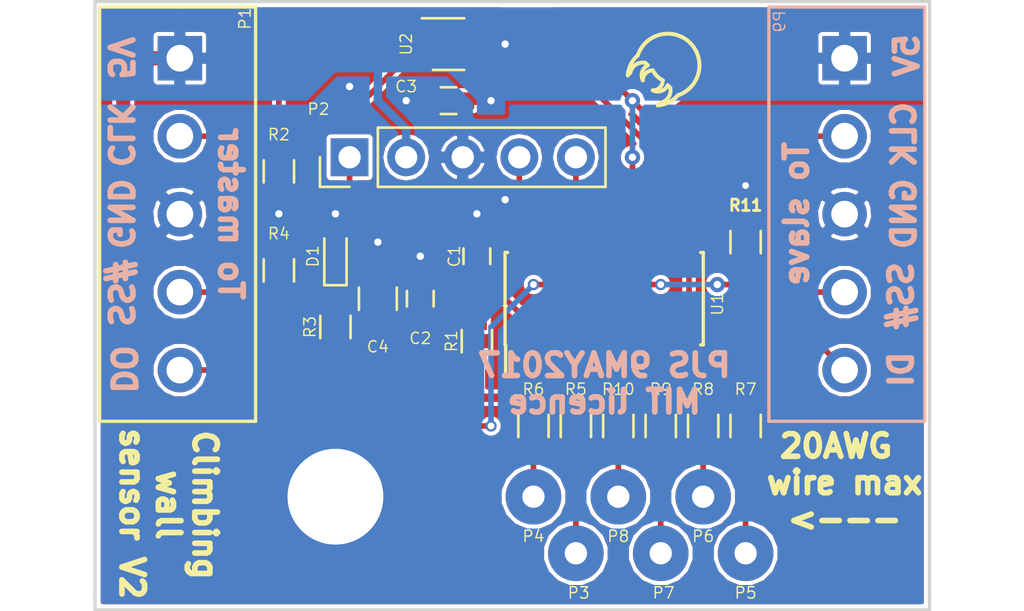
<source format=kicad_pcb>
(kicad_pcb (version 4) (host pcbnew 4.0.4-stable)

  (general
    (links 51)
    (no_connects 0)
    (area 154.942199 73.742776 201.292801 110.421133)
    (thickness 1.6)
    (drawings 21)
    (tracks 157)
    (zones 0)
    (modules 29)
    (nets 24)
  )

  (page A4)
  (layers
    (0 F.Cu signal)
    (31 B.Cu signal)
    (32 B.Adhes user)
    (33 F.Adhes user)
    (34 B.Paste user)
    (35 F.Paste user hide)
    (36 B.SilkS user)
    (37 F.SilkS user)
    (38 B.Mask user)
    (39 F.Mask user hide)
    (40 Dwgs.User user)
    (41 Cmts.User user)
    (42 Eco1.User user)
    (43 Eco2.User user)
    (44 Edge.Cuts user)
    (45 Margin user)
    (46 B.CrtYd user)
    (47 F.CrtYd user)
    (48 B.Fab user)
    (49 F.Fab user hide)
  )

  (setup
    (last_trace_width 0.1778)
    (user_trace_width 0.1778)
    (user_trace_width 0.254)
    (user_trace_width 0.3048)
    (user_trace_width 0.381)
    (user_trace_width 0.508)
    (user_trace_width 0.635)
    (user_trace_width 0.762)
    (user_trace_width 1.016)
    (trace_clearance 0.1778)
    (zone_clearance 0.1778)
    (zone_45_only yes)
    (trace_min 0.1778)
    (segment_width 0.2)
    (edge_width 0.15)
    (via_size 0.508)
    (via_drill 0.3048)
    (via_min_size 0.508)
    (via_min_drill 0.3048)
    (user_via 0.6858 0.3302)
    (user_via 0.8636 0.508)
    (user_via 1.1176 0.762)
    (user_via 1.3716 1.016)
    (uvia_size 0.508)
    (uvia_drill 0.3048)
    (uvias_allowed no)
    (uvia_min_size 0.508)
    (uvia_min_drill 0.3048)
    (pcb_text_width 0.3)
    (pcb_text_size 1.5 1.5)
    (mod_edge_width 0.15)
    (mod_text_size 0.508 0.508)
    (mod_text_width 0.0635)
    (pad_size 8.6 8.6)
    (pad_drill 4.3)
    (pad_to_mask_clearance 0.2)
    (aux_axis_origin 139.065 111.125)
    (visible_elements 7FFEDF7F)
    (pcbplotparams
      (layerselection 0x010fc_80000001)
      (usegerberextensions true)
      (excludeedgelayer true)
      (linewidth 0.100000)
      (plotframeref false)
      (viasonmask false)
      (mode 1)
      (useauxorigin false)
      (hpglpennumber 1)
      (hpglpenspeed 20)
      (hpglpendiameter 15)
      (hpglpenoverlay 2)
      (psnegative false)
      (psa4output false)
      (plotreference true)
      (plotvalue false)
      (plotinvisibletext false)
      (padsonsilk false)
      (subtractmaskfromsilk true)
      (outputformat 1)
      (mirror false)
      (drillshape 0)
      (scaleselection 1)
      (outputdirectory Gerber/))
  )

  (net 0 "")
  (net 1 "Net-(C1-Pad1)")
  (net 2 GND)
  (net 3 +5V)
  (net 4 "Net-(D1-Pad1)")
  (net 5 "Net-(P1-Pad2)")
  (net 6 "Net-(P1-Pad4)")
  (net 7 DI)
  (net 8 "Net-(P2-Pad4)")
  (net 9 DO)
  (net 10 "Net-(P3-Pad1)")
  (net 11 "Net-(P4-Pad1)")
  (net 12 "Net-(P5-Pad1)")
  (net 13 "Net-(P6-Pad1)")
  (net 14 "Net-(P7-Pad1)")
  (net 15 "Net-(P8-Pad1)")
  (net 16 CLK)
  (net 17 "#SS")
  (net 18 "Net-(R5-Pad2)")
  (net 19 "Net-(R6-Pad2)")
  (net 20 "Net-(R7-Pad2)")
  (net 21 "Net-(R8-Pad2)")
  (net 22 "Net-(R9-Pad2)")
  (net 23 "Net-(R10-Pad2)")

  (net_class Default "This is the default net class."
    (clearance 0.1778)
    (trace_width 0.1778)
    (via_dia 0.508)
    (via_drill 0.3048)
    (uvia_dia 0.508)
    (uvia_drill 0.3048)
    (add_net "#SS")
    (add_net +5V)
    (add_net CLK)
    (add_net DI)
    (add_net DO)
    (add_net GND)
    (add_net "Net-(C1-Pad1)")
    (add_net "Net-(D1-Pad1)")
    (add_net "Net-(P1-Pad2)")
    (add_net "Net-(P1-Pad4)")
    (add_net "Net-(P2-Pad4)")
    (add_net "Net-(P3-Pad1)")
    (add_net "Net-(P4-Pad1)")
    (add_net "Net-(P5-Pad1)")
    (add_net "Net-(P6-Pad1)")
    (add_net "Net-(P7-Pad1)")
    (add_net "Net-(P8-Pad1)")
    (add_net "Net-(R10-Pad2)")
    (add_net "Net-(R5-Pad2)")
    (add_net "Net-(R6-Pad2)")
    (add_net "Net-(R7-Pad2)")
    (add_net "Net-(R8-Pad2)")
    (add_net "Net-(R9-Pad2)")
  )

  (module Capacitors_SMD:C_0603 (layer F.Cu) (tedit 59127C64) (tstamp 5911300C)
    (at 176.53 90.17 90)
    (descr "Capacitor SMD 0603, reflow soldering, AVX (see smccp.pdf)")
    (tags "capacitor 0603")
    (path /590FCC1E)
    (attr smd)
    (fp_text reference C1 (at 0 -1.016 90) (layer F.SilkS)
      (effects (font (size 0.508 0.508) (thickness 0.0635)))
    )
    (fp_text value no_pop (at 0 1.5 90) (layer F.Fab)
      (effects (font (size 1 1) (thickness 0.15)))
    )
    (fp_text user %R (at 0 -1.5 90) (layer F.Fab)
      (effects (font (size 1 1) (thickness 0.15)))
    )
    (fp_line (start -0.8 0.4) (end -0.8 -0.4) (layer F.Fab) (width 0.1))
    (fp_line (start 0.8 0.4) (end -0.8 0.4) (layer F.Fab) (width 0.1))
    (fp_line (start 0.8 -0.4) (end 0.8 0.4) (layer F.Fab) (width 0.1))
    (fp_line (start -0.8 -0.4) (end 0.8 -0.4) (layer F.Fab) (width 0.1))
    (fp_line (start -0.35 -0.6) (end 0.35 -0.6) (layer F.SilkS) (width 0.12))
    (fp_line (start 0.35 0.6) (end -0.35 0.6) (layer F.SilkS) (width 0.12))
    (fp_line (start -1.4 -0.65) (end 1.4 -0.65) (layer F.CrtYd) (width 0.05))
    (fp_line (start -1.4 -0.65) (end -1.4 0.65) (layer F.CrtYd) (width 0.05))
    (fp_line (start 1.4 0.65) (end 1.4 -0.65) (layer F.CrtYd) (width 0.05))
    (fp_line (start 1.4 0.65) (end -1.4 0.65) (layer F.CrtYd) (width 0.05))
    (pad 1 smd rect (at -0.75 0 90) (size 0.8 0.75) (layers F.Cu F.Paste F.Mask)
      (net 1 "Net-(C1-Pad1)"))
    (pad 2 smd rect (at 0.75 0 90) (size 0.8 0.75) (layers F.Cu F.Paste F.Mask)
      (net 2 GND))
    (model Capacitors_SMD.3dshapes/C_0603.wrl
      (at (xyz 0 0 0))
      (scale (xyz 1 1 1))
      (rotate (xyz 0 0 0))
    )
  )

  (module Capacitors_SMD:C_0603 (layer F.Cu) (tedit 59127C54) (tstamp 59113012)
    (at 173.99 92.075 90)
    (descr "Capacitor SMD 0603, reflow soldering, AVX (see smccp.pdf)")
    (tags "capacitor 0603")
    (path /590FE759)
    (attr smd)
    (fp_text reference C2 (at -1.778 0 180) (layer F.SilkS)
      (effects (font (size 0.508 0.508) (thickness 0.0635)))
    )
    (fp_text value 0.1uF (at 0 1.5 90) (layer F.Fab)
      (effects (font (size 1 1) (thickness 0.15)))
    )
    (fp_text user %R (at 0 -1.5 90) (layer F.Fab)
      (effects (font (size 1 1) (thickness 0.15)))
    )
    (fp_line (start -0.8 0.4) (end -0.8 -0.4) (layer F.Fab) (width 0.1))
    (fp_line (start 0.8 0.4) (end -0.8 0.4) (layer F.Fab) (width 0.1))
    (fp_line (start 0.8 -0.4) (end 0.8 0.4) (layer F.Fab) (width 0.1))
    (fp_line (start -0.8 -0.4) (end 0.8 -0.4) (layer F.Fab) (width 0.1))
    (fp_line (start -0.35 -0.6) (end 0.35 -0.6) (layer F.SilkS) (width 0.12))
    (fp_line (start 0.35 0.6) (end -0.35 0.6) (layer F.SilkS) (width 0.12))
    (fp_line (start -1.4 -0.65) (end 1.4 -0.65) (layer F.CrtYd) (width 0.05))
    (fp_line (start -1.4 -0.65) (end -1.4 0.65) (layer F.CrtYd) (width 0.05))
    (fp_line (start 1.4 0.65) (end 1.4 -0.65) (layer F.CrtYd) (width 0.05))
    (fp_line (start 1.4 0.65) (end -1.4 0.65) (layer F.CrtYd) (width 0.05))
    (pad 1 smd rect (at -0.75 0 90) (size 0.8 0.75) (layers F.Cu F.Paste F.Mask)
      (net 3 +5V))
    (pad 2 smd rect (at 0.75 0 90) (size 0.8 0.75) (layers F.Cu F.Paste F.Mask)
      (net 2 GND))
    (model Capacitors_SMD.3dshapes/C_0603.wrl
      (at (xyz 0 0 0))
      (scale (xyz 1 1 1))
      (rotate (xyz 0 0 0))
    )
  )

  (module Capacitors_SMD:C_0603 (layer F.Cu) (tedit 59127C07) (tstamp 59113018)
    (at 175.26 83.185 180)
    (descr "Capacitor SMD 0603, reflow soldering, AVX (see smccp.pdf)")
    (tags "capacitor 0603")
    (path /590FE813)
    (attr smd)
    (fp_text reference C3 (at 1.905 0.635 180) (layer F.SilkS)
      (effects (font (size 0.508 0.508) (thickness 0.0635)))
    )
    (fp_text value 0.1uF (at 0 1.5 180) (layer F.Fab)
      (effects (font (size 1 1) (thickness 0.15)))
    )
    (fp_text user %R (at 0 -1.5 180) (layer F.Fab)
      (effects (font (size 1 1) (thickness 0.15)))
    )
    (fp_line (start -0.8 0.4) (end -0.8 -0.4) (layer F.Fab) (width 0.1))
    (fp_line (start 0.8 0.4) (end -0.8 0.4) (layer F.Fab) (width 0.1))
    (fp_line (start 0.8 -0.4) (end 0.8 0.4) (layer F.Fab) (width 0.1))
    (fp_line (start -0.8 -0.4) (end 0.8 -0.4) (layer F.Fab) (width 0.1))
    (fp_line (start -0.35 -0.6) (end 0.35 -0.6) (layer F.SilkS) (width 0.12))
    (fp_line (start 0.35 0.6) (end -0.35 0.6) (layer F.SilkS) (width 0.12))
    (fp_line (start -1.4 -0.65) (end 1.4 -0.65) (layer F.CrtYd) (width 0.05))
    (fp_line (start -1.4 -0.65) (end -1.4 0.65) (layer F.CrtYd) (width 0.05))
    (fp_line (start 1.4 0.65) (end 1.4 -0.65) (layer F.CrtYd) (width 0.05))
    (fp_line (start 1.4 0.65) (end -1.4 0.65) (layer F.CrtYd) (width 0.05))
    (pad 1 smd rect (at -0.75 0 180) (size 0.8 0.75) (layers F.Cu F.Paste F.Mask)
      (net 3 +5V))
    (pad 2 smd rect (at 0.75 0 180) (size 0.8 0.75) (layers F.Cu F.Paste F.Mask)
      (net 2 GND))
    (model Capacitors_SMD.3dshapes/C_0603.wrl
      (at (xyz 0 0 0))
      (scale (xyz 1 1 1))
      (rotate (xyz 0 0 0))
    )
  )

  (module Capacitors_SMD:C_0805 (layer F.Cu) (tedit 59127C4F) (tstamp 5911301E)
    (at 172.085 92.075 90)
    (descr "Capacitor SMD 0805, reflow soldering, AVX (see smccp.pdf)")
    (tags "capacitor 0805")
    (path /590FE8CF)
    (attr smd)
    (fp_text reference C4 (at -2.159 0 180) (layer F.SilkS)
      (effects (font (size 0.508 0.508) (thickness 0.0635)))
    )
    (fp_text value 47uF (at 0 1.75 90) (layer F.Fab)
      (effects (font (size 1 1) (thickness 0.15)))
    )
    (fp_text user %R (at 0 -1.5 90) (layer F.Fab)
      (effects (font (size 1 1) (thickness 0.15)))
    )
    (fp_line (start -1 0.62) (end -1 -0.62) (layer F.Fab) (width 0.1))
    (fp_line (start 1 0.62) (end -1 0.62) (layer F.Fab) (width 0.1))
    (fp_line (start 1 -0.62) (end 1 0.62) (layer F.Fab) (width 0.1))
    (fp_line (start -1 -0.62) (end 1 -0.62) (layer F.Fab) (width 0.1))
    (fp_line (start 0.5 -0.85) (end -0.5 -0.85) (layer F.SilkS) (width 0.12))
    (fp_line (start -0.5 0.85) (end 0.5 0.85) (layer F.SilkS) (width 0.12))
    (fp_line (start -1.75 -0.88) (end 1.75 -0.88) (layer F.CrtYd) (width 0.05))
    (fp_line (start -1.75 -0.88) (end -1.75 0.87) (layer F.CrtYd) (width 0.05))
    (fp_line (start 1.75 0.87) (end 1.75 -0.88) (layer F.CrtYd) (width 0.05))
    (fp_line (start 1.75 0.87) (end -1.75 0.87) (layer F.CrtYd) (width 0.05))
    (pad 1 smd rect (at -1 0 90) (size 1 1.25) (layers F.Cu F.Paste F.Mask)
      (net 3 +5V))
    (pad 2 smd rect (at 1 0 90) (size 1 1.25) (layers F.Cu F.Paste F.Mask)
      (net 2 GND))
    (model Capacitors_SMD.3dshapes/C_0805.wrl
      (at (xyz 0 0 0))
      (scale (xyz 1 1 1))
      (rotate (xyz 0 0 0))
    )
  )

  (module LEDs:LED_0603 (layer F.Cu) (tedit 59127C37) (tstamp 59113024)
    (at 170.18 90.17 90)
    (descr "LED 0603 smd package")
    (tags "LED led 0603 SMD smd SMT smt smdled SMDLED smtled SMTLED")
    (path /590FF9FD)
    (attr smd)
    (fp_text reference D1 (at 0 -1.016 270) (layer F.SilkS)
      (effects (font (size 0.508 0.508) (thickness 0.0635)))
    )
    (fp_text value red (at 0 1.35 90) (layer F.Fab)
      (effects (font (size 1 1) (thickness 0.15)))
    )
    (fp_line (start -1.3 -0.5) (end -1.3 0.5) (layer F.SilkS) (width 0.12))
    (fp_line (start -0.2 -0.2) (end -0.2 0.2) (layer F.Fab) (width 0.1))
    (fp_line (start -0.15 0) (end 0.15 -0.2) (layer F.Fab) (width 0.1))
    (fp_line (start 0.15 0.2) (end -0.15 0) (layer F.Fab) (width 0.1))
    (fp_line (start 0.15 -0.2) (end 0.15 0.2) (layer F.Fab) (width 0.1))
    (fp_line (start 0.8 0.4) (end -0.8 0.4) (layer F.Fab) (width 0.1))
    (fp_line (start 0.8 -0.4) (end 0.8 0.4) (layer F.Fab) (width 0.1))
    (fp_line (start -0.8 -0.4) (end 0.8 -0.4) (layer F.Fab) (width 0.1))
    (fp_line (start -0.8 0.4) (end -0.8 -0.4) (layer F.Fab) (width 0.1))
    (fp_line (start -1.3 0.5) (end 0.8 0.5) (layer F.SilkS) (width 0.12))
    (fp_line (start -1.3 -0.5) (end 0.8 -0.5) (layer F.SilkS) (width 0.12))
    (fp_line (start 1.45 -0.65) (end 1.45 0.65) (layer F.CrtYd) (width 0.05))
    (fp_line (start 1.45 0.65) (end -1.45 0.65) (layer F.CrtYd) (width 0.05))
    (fp_line (start -1.45 0.65) (end -1.45 -0.65) (layer F.CrtYd) (width 0.05))
    (fp_line (start -1.45 -0.65) (end 1.45 -0.65) (layer F.CrtYd) (width 0.05))
    (pad 2 smd rect (at 0.8 0 270) (size 0.8 0.8) (layers F.Cu F.Paste F.Mask)
      (net 2 GND))
    (pad 1 smd rect (at -0.8 0 270) (size 0.8 0.8) (layers F.Cu F.Paste F.Mask)
      (net 4 "Net-(D1-Pad1)"))
    (model LEDs.3dshapes/LED_0603.wrl
      (at (xyz 0 0 0))
      (scale (xyz 1 1 1))
      (rotate (xyz 0 0 180))
    )
  )

  (module PJS-icons:metroid (layer F.Cu) (tedit 59128195) (tstamp 5911302B)
    (at 185.1025 81.5975 315)
    (path /590FC37B)
    (fp_text reference icon1 (at -6.286179 -3.14309 315) (layer F.SilkS) hide
      (effects (font (size 0.508 0.508) (thickness 0.0635)))
    )
    (fp_text value Metroid (at 0 -2.54 315) (layer F.SilkS) hide
      (effects (font (size 1.5 1.5) (thickness 0.15)))
    )
    (fp_arc (start 1.260669 0.027866) (end 1.1176 -0.0762) (angle 82.9) (layer F.Cu) (width 0.1778))
    (fp_arc (start 0.839684 -0.269991) (end 1.1176 -0.0762) (angle 92.3) (layer F.Cu) (width 0.1778))
    (fp_arc (start 0 0) (end -1.27 0.635) (angle 233.1) (layer F.Cu) (width 0.1778))
    (fp_arc (start 0.038519 0.727991) (end -1.27 0.635) (angle -45) (layer F.Cu) (width 0.1778))
    (fp_arc (start -0.47625 1.11125) (end -0.79375 0.635) (angle -90) (layer F.Cu) (width 0.1778))
    (fp_line (start -0.9525 1.5875) (end -0.9525 1.42875) (layer F.Cu) (width 0.1778))
    (fp_line (start -0.79375 0.635) (end -0.635 0.635) (layer F.Cu) (width 0.1778))
    (fp_arc (start -0.15748 0.79375) (end -0.635 0.635) (angle -90) (layer F.Cu) (width 0.1778))
    (fp_arc (start 0 0.9525) (end -0.3175 0.635) (angle -90) (layer F.Cu) (width 0.1778))
    (fp_arc (start 0 -0.317497) (end 0.3175 0.635) (angle 36.9) (layer F.Cu) (width 0.1778))
    (fp_arc (start 0 0.9525) (end 0.3175 0.635) (angle 90) (layer F.Cu) (width 0.1778))
    (fp_arc (start 0.15748 0.79375) (end 0.635 0.635) (angle 90) (layer F.Cu) (width 0.1778))
    (fp_line (start 0.79375 0.635) (end 0.635 0.635) (layer F.Cu) (width 0.1778))
    (fp_line (start 0.9525 1.5875) (end 0.9525 1.42875) (layer F.Cu) (width 0.1778))
    (fp_arc (start 0.47625 1.11125) (end 0.79375 0.635) (angle 90) (layer F.Cu) (width 0.1778))
    (fp_arc (start -0.038519 0.727991) (end 1.27 0.635) (angle 45) (layer F.Cu) (width 0.1778))
    (fp_arc (start -0.038519 0.727991) (end 1.27 0.635) (angle 45) (layer F.SilkS) (width 0.1778))
    (fp_arc (start 0.47625 1.11125) (end 0.79375 0.635) (angle 90) (layer F.SilkS) (width 0.1778))
    (fp_line (start 0.9525 1.5875) (end 0.9525 1.42875) (layer F.SilkS) (width 0.1778))
    (fp_line (start 0.79375 0.635) (end 0.635 0.635) (layer F.SilkS) (width 0.1778))
    (fp_arc (start 0.15748 0.79375) (end 0.635 0.635) (angle 90) (layer F.SilkS) (width 0.1778))
    (fp_arc (start 0 0.9525) (end 0.3175 0.635) (angle 90) (layer F.SilkS) (width 0.1778))
    (fp_arc (start 0 -0.317497) (end 0.3175 0.635) (angle 36.9) (layer F.SilkS) (width 0.1778))
    (fp_arc (start 0 0.9525) (end -0.3175 0.635) (angle -90) (layer F.SilkS) (width 0.1778))
    (fp_arc (start -0.15748 0.79375) (end -0.635 0.635) (angle -90) (layer F.SilkS) (width 0.1778))
    (fp_line (start -0.79375 0.635) (end -0.635 0.635) (layer F.SilkS) (width 0.1778))
    (fp_line (start -0.9525 1.5875) (end -0.9525 1.42875) (layer F.SilkS) (width 0.1778))
    (fp_arc (start -0.47625 1.11125) (end -0.79375 0.635) (angle -90) (layer F.SilkS) (width 0.1778))
    (fp_arc (start 0.038519 0.727991) (end -1.27 0.635) (angle -45) (layer F.SilkS) (width 0.1778))
    (fp_arc (start 0.254 -1.3208) (end 0.508 -1.3208) (angle 90) (layer F.Cu) (width 0.1778))
    (fp_arc (start 0.2286 -0.8382) (end 0 -0.8636) (angle 90) (layer F.Cu) (width 0.1778))
    (fp_arc (start -1.1684 0.0254) (end -1.27 -0.4064) (angle 90) (layer F.Cu) (width 0.1778))
    (fp_arc (start 0 0) (end -1.27 0.635) (angle 233.1) (layer F.SilkS) (width 0.1778))
    (pad "" smd circle (at -0.635 0 315) (size 0.635 0.635) (layers F.Cu F.Paste F.Mask))
    (pad "" smd circle (at 0.635 0 315) (size 0.635 0.635) (layers F.Cu F.Paste F.Mask))
    (pad "" smd circle (at 0 -0.635 315) (size 0.635 0.635) (layers F.Cu F.Paste F.Mask))
  )

  (module PJS-pth-parts:OST_on-shore_OSTTE050104 (layer F.Cu) (tedit 59127C68) (tstamp 59113040)
    (at 163.195 81.28 270)
    (path /591001B4)
    (fp_text reference P1 (at -1.778 -2.921 270) (layer F.SilkS)
      (effects (font (size 0.508 0.508) (thickness 0.0635)))
    )
    (fp_text value OSTTE050104 (at 2 3 270) (layer F.Fab)
      (effects (font (size 0.75 0.75) (thickness 0.15)))
    )
    (fp_line (start 7 4) (end 5 6) (layer F.Fab) (width 0.15))
    (fp_line (start 5 6) (end 6 6) (layer F.Fab) (width 0.15))
    (fp_line (start 6 6) (end 6 8) (layer F.Fab) (width 0.15))
    (fp_line (start 6 8) (end 8 8) (layer F.Fab) (width 0.15))
    (fp_line (start 8 8) (end 8 6) (layer F.Fab) (width 0.15))
    (fp_line (start 8 6) (end 9 6) (layer F.Fab) (width 0.15))
    (fp_line (start 9 6) (end 7 4) (layer F.Fab) (width 0.15))
    (fp_line (start -2.3 0) (end -2.3 -3.4) (layer F.SilkS) (width 0.15))
    (fp_line (start -2.3 -3.4) (end 16.3 -3.4) (layer F.SilkS) (width 0.15))
    (fp_line (start 16.3 -3.4) (end 16.3 3.6) (layer F.SilkS) (width 0.15))
    (fp_line (start 16.3 3.6) (end -2.3 3.6) (layer F.SilkS) (width 0.15))
    (fp_line (start -2.3 3.6) (end -2.3 0) (layer F.SilkS) (width 0.15))
    (pad 1 thru_hole rect (at 0 0 270) (size 2 2) (drill 1.2) (layers *.Cu *.Mask)
      (net 3 +5V))
    (pad 2 thru_hole circle (at 3.5 0 270) (size 2 2) (drill 1.2) (layers *.Cu *.Mask)
      (net 5 "Net-(P1-Pad2)"))
    (pad 3 thru_hole circle (at 7 0 270) (size 2 2) (drill 1.2) (layers *.Cu *.Mask)
      (net 2 GND))
    (pad 4 thru_hole circle (at 10.5 0 270) (size 2 2) (drill 1.2) (layers *.Cu *.Mask)
      (net 6 "Net-(P1-Pad4)"))
    (pad 5 thru_hole circle (at 14 0 270) (size 2 2) (drill 1.2) (layers *.Cu *.Mask)
      (net 9 DO))
  )

  (module Pin_Headers:Pin_Header_Straight_1x05_Pitch2.54mm (layer F.Cu) (tedit 59127C21) (tstamp 59113049)
    (at 170.815 85.725 90)
    (descr "Through hole straight pin header, 1x05, 2.54mm pitch, single row")
    (tags "Through hole pin header THT 1x05 2.54mm single row")
    (path /590FCD77)
    (fp_text reference P2 (at 2.159 -1.397 180) (layer F.SilkS)
      (effects (font (size 0.508 0.508) (thickness 0.0635)))
    )
    (fp_text value program (at 0 12.49 90) (layer F.Fab)
      (effects (font (size 1 1) (thickness 0.15)))
    )
    (fp_line (start -1.27 -1.27) (end -1.27 11.43) (layer F.Fab) (width 0.1))
    (fp_line (start -1.27 11.43) (end 1.27 11.43) (layer F.Fab) (width 0.1))
    (fp_line (start 1.27 11.43) (end 1.27 -1.27) (layer F.Fab) (width 0.1))
    (fp_line (start 1.27 -1.27) (end -1.27 -1.27) (layer F.Fab) (width 0.1))
    (fp_line (start -1.33 1.27) (end -1.33 11.49) (layer F.SilkS) (width 0.12))
    (fp_line (start -1.33 11.49) (end 1.33 11.49) (layer F.SilkS) (width 0.12))
    (fp_line (start 1.33 11.49) (end 1.33 1.27) (layer F.SilkS) (width 0.12))
    (fp_line (start 1.33 1.27) (end -1.33 1.27) (layer F.SilkS) (width 0.12))
    (fp_line (start -1.33 0) (end -1.33 -1.33) (layer F.SilkS) (width 0.12))
    (fp_line (start -1.33 -1.33) (end 0 -1.33) (layer F.SilkS) (width 0.12))
    (fp_line (start -1.8 -1.8) (end -1.8 11.95) (layer F.CrtYd) (width 0.05))
    (fp_line (start -1.8 11.95) (end 1.8 11.95) (layer F.CrtYd) (width 0.05))
    (fp_line (start 1.8 11.95) (end 1.8 -1.8) (layer F.CrtYd) (width 0.05))
    (fp_line (start 1.8 -1.8) (end -1.8 -1.8) (layer F.CrtYd) (width 0.05))
    (fp_text user %R (at 0 -2.33 90) (layer F.Fab)
      (effects (font (size 1 1) (thickness 0.15)))
    )
    (pad 1 thru_hole rect (at 0 0 90) (size 1.7 1.7) (drill 1) (layers *.Cu *.Mask)
      (net 1 "Net-(C1-Pad1)"))
    (pad 2 thru_hole oval (at 0 2.54 90) (size 1.7 1.7) (drill 1) (layers *.Cu *.Mask)
      (net 3 +5V))
    (pad 3 thru_hole oval (at 0 5.08 90) (size 1.7 1.7) (drill 1) (layers *.Cu *.Mask)
      (net 2 GND))
    (pad 4 thru_hole oval (at 0 7.62 90) (size 1.7 1.7) (drill 1) (layers *.Cu *.Mask)
      (net 8 "Net-(P2-Pad4)"))
    (pad 5 thru_hole oval (at 0 10.16 90) (size 1.7 1.7) (drill 1) (layers *.Cu *.Mask)
      (net 9 DO))
    (model ${KISYS3DMOD}/Pin_Headers.3dshapes/Pin_Header_Straight_1x05_Pitch2.54mm.wrl
      (at (xyz 0 -0.2 0))
      (scale (xyz 1 1 1))
      (rotate (xyz 0 0 90))
    )
  )

  (module Wire_Pads:SolderWirePad_single_1mmDrill (layer F.Cu) (tedit 59127C87) (tstamp 5911304E)
    (at 180.975 103.505 90)
    (path /590FD1B5)
    (fp_text reference P3 (at -1.778 0.127 180) (layer F.SilkS)
      (effects (font (size 0.508 0.508) (thickness 0.0635)))
    )
    (fp_text value CONN_01X01 (at -1.905 3.175 90) (layer F.Fab)
      (effects (font (size 1 1) (thickness 0.15)))
    )
    (pad 1 thru_hole circle (at 0 0 90) (size 2.49936 2.49936) (drill 1.00076) (layers *.Cu *.Mask)
      (net 10 "Net-(P3-Pad1)"))
  )

  (module Wire_Pads:SolderWirePad_single_1mmDrill (layer F.Cu) (tedit 59127C82) (tstamp 59113053)
    (at 179.07 100.965 90)
    (path /590FD17B)
    (fp_text reference P4 (at -1.778 0 180) (layer F.SilkS)
      (effects (font (size 0.508 0.508) (thickness 0.0635)))
    )
    (fp_text value CONN_01X01 (at -1.905 3.175 90) (layer F.Fab)
      (effects (font (size 1 1) (thickness 0.15)))
    )
    (pad 1 thru_hole circle (at 0 0 90) (size 2.49936 2.49936) (drill 1.00076) (layers *.Cu *.Mask)
      (net 11 "Net-(P4-Pad1)"))
  )

  (module Wire_Pads:SolderWirePad_single_1mmDrill (layer F.Cu) (tedit 59127CA9) (tstamp 59113058)
    (at 188.595 103.505 90)
    (path /590FD14C)
    (fp_text reference P5 (at -1.778 0 180) (layer F.SilkS)
      (effects (font (size 0.508 0.508) (thickness 0.0635)))
    )
    (fp_text value CONN_01X01 (at -1.905 3.175 90) (layer F.Fab)
      (effects (font (size 1 1) (thickness 0.15)))
    )
    (pad 1 thru_hole circle (at 0 0 90) (size 2.49936 2.49936) (drill 1.00076) (layers *.Cu *.Mask)
      (net 12 "Net-(P5-Pad1)"))
  )

  (module Wire_Pads:SolderWirePad_single_1mmDrill (layer F.Cu) (tedit 59127CA2) (tstamp 5911305D)
    (at 186.69 100.965 90)
    (path /590FD124)
    (fp_text reference P6 (at -1.778 0 180) (layer F.SilkS)
      (effects (font (size 0.508 0.508) (thickness 0.0635)))
    )
    (fp_text value CONN_01X01 (at -1.905 3.175 90) (layer F.Fab)
      (effects (font (size 1 1) (thickness 0.15)))
    )
    (pad 1 thru_hole circle (at 0 0 90) (size 2.49936 2.49936) (drill 1.00076) (layers *.Cu *.Mask)
      (net 13 "Net-(P6-Pad1)"))
  )

  (module Wire_Pads:SolderWirePad_single_1mmDrill (layer F.Cu) (tedit 59127C8B) (tstamp 59113062)
    (at 184.785 103.505 90)
    (path /590FD0FB)
    (fp_text reference P7 (at -1.778 0.127 180) (layer F.SilkS)
      (effects (font (size 0.508 0.508) (thickness 0.0635)))
    )
    (fp_text value CONN_01X01 (at -1.905 3.175 90) (layer F.Fab)
      (effects (font (size 1 1) (thickness 0.15)))
    )
    (pad 1 thru_hole circle (at 0 0 90) (size 2.49936 2.49936) (drill 1.00076) (layers *.Cu *.Mask)
      (net 14 "Net-(P7-Pad1)"))
  )

  (module Wire_Pads:SolderWirePad_single_1mmDrill (layer F.Cu) (tedit 59127C92) (tstamp 59113067)
    (at 182.88 100.965 90)
    (path /590FD047)
    (fp_text reference P8 (at -1.778 0 180) (layer F.SilkS)
      (effects (font (size 0.508 0.508) (thickness 0.0635)))
    )
    (fp_text value CONN_01X01 (at -1.905 3.175 90) (layer F.Fab)
      (effects (font (size 1 1) (thickness 0.15)))
    )
    (pad 1 thru_hole circle (at 0 0 90) (size 2.49936 2.49936) (drill 1.00076) (layers *.Cu *.Mask)
      (net 15 "Net-(P8-Pad1)"))
  )

  (module PJS-pth-parts:OST_on-shore_OSTTE050104 (layer B.Cu) (tedit 59127C78) (tstamp 5911307C)
    (at 193.04 81.28 270)
    (path /59100114)
    (fp_text reference P9 (at -1.651 2.921 270) (layer B.SilkS)
      (effects (font (size 0.508 0.508) (thickness 0.0635)) (justify mirror))
    )
    (fp_text value OSTTE050104 (at 2 -3 270) (layer B.Fab)
      (effects (font (size 0.75 0.75) (thickness 0.15)) (justify mirror))
    )
    (fp_line (start 7 -4) (end 5 -6) (layer B.Fab) (width 0.15))
    (fp_line (start 5 -6) (end 6 -6) (layer B.Fab) (width 0.15))
    (fp_line (start 6 -6) (end 6 -8) (layer B.Fab) (width 0.15))
    (fp_line (start 6 -8) (end 8 -8) (layer B.Fab) (width 0.15))
    (fp_line (start 8 -8) (end 8 -6) (layer B.Fab) (width 0.15))
    (fp_line (start 8 -6) (end 9 -6) (layer B.Fab) (width 0.15))
    (fp_line (start 9 -6) (end 7 -4) (layer B.Fab) (width 0.15))
    (fp_line (start -2.3 0) (end -2.3 3.4) (layer B.SilkS) (width 0.15))
    (fp_line (start -2.3 3.4) (end 16.3 3.4) (layer B.SilkS) (width 0.15))
    (fp_line (start 16.3 3.4) (end 16.3 -3.6) (layer B.SilkS) (width 0.15))
    (fp_line (start 16.3 -3.6) (end -2.3 -3.6) (layer B.SilkS) (width 0.15))
    (fp_line (start -2.3 -3.6) (end -2.3 0) (layer B.SilkS) (width 0.15))
    (pad 1 thru_hole rect (at 0 0 270) (size 2 2) (drill 1.2) (layers *.Cu *.Mask)
      (net 3 +5V))
    (pad 2 thru_hole circle (at 3.5 0 270) (size 2 2) (drill 1.2) (layers *.Cu *.Mask)
      (net 16 CLK))
    (pad 3 thru_hole circle (at 7 0 270) (size 2 2) (drill 1.2) (layers *.Cu *.Mask)
      (net 2 GND))
    (pad 4 thru_hole circle (at 10.5 0 270) (size 2 2) (drill 1.2) (layers *.Cu *.Mask)
      (net 17 "#SS"))
    (pad 5 thru_hole circle (at 14 0 270) (size 2 2) (drill 1.2) (layers *.Cu *.Mask)
      (net 7 DI))
  )

  (module Resistors_SMD:R_0603 (layer F.Cu) (tedit 59127C57) (tstamp 59113082)
    (at 176.53 93.98 90)
    (descr "Resistor SMD 0603, reflow soldering, Vishay (see dcrcw.pdf)")
    (tags "resistor 0603")
    (path /590FCB40)
    (attr smd)
    (fp_text reference R1 (at 0 -1.143 90) (layer F.SilkS)
      (effects (font (size 0.508 0.508) (thickness 0.0635)))
    )
    (fp_text value no_pop (at 0 1.5 90) (layer F.Fab)
      (effects (font (size 1 1) (thickness 0.15)))
    )
    (fp_text user %R (at 0 0 90) (layer F.Fab)
      (effects (font (size 0.5 0.5) (thickness 0.075)))
    )
    (fp_line (start -0.8 0.4) (end -0.8 -0.4) (layer F.Fab) (width 0.1))
    (fp_line (start 0.8 0.4) (end -0.8 0.4) (layer F.Fab) (width 0.1))
    (fp_line (start 0.8 -0.4) (end 0.8 0.4) (layer F.Fab) (width 0.1))
    (fp_line (start -0.8 -0.4) (end 0.8 -0.4) (layer F.Fab) (width 0.1))
    (fp_line (start 0.5 0.68) (end -0.5 0.68) (layer F.SilkS) (width 0.12))
    (fp_line (start -0.5 -0.68) (end 0.5 -0.68) (layer F.SilkS) (width 0.12))
    (fp_line (start -1.25 -0.7) (end 1.25 -0.7) (layer F.CrtYd) (width 0.05))
    (fp_line (start -1.25 -0.7) (end -1.25 0.7) (layer F.CrtYd) (width 0.05))
    (fp_line (start 1.25 0.7) (end 1.25 -0.7) (layer F.CrtYd) (width 0.05))
    (fp_line (start 1.25 0.7) (end -1.25 0.7) (layer F.CrtYd) (width 0.05))
    (pad 1 smd rect (at -0.75 0 90) (size 0.5 0.9) (layers F.Cu F.Paste F.Mask)
      (net 3 +5V))
    (pad 2 smd rect (at 0.75 0 90) (size 0.5 0.9) (layers F.Cu F.Paste F.Mask)
      (net 1 "Net-(C1-Pad1)"))
    (model ${KISYS3DMOD}/Resistors_SMD.3dshapes/R_0603.wrl
      (at (xyz 0 0 0))
      (scale (xyz 1 1 1))
      (rotate (xyz 0 0 0))
    )
  )

  (module Resistors_SMD:R_0603 (layer F.Cu) (tedit 59127C2B) (tstamp 59113088)
    (at 167.64 86.36 270)
    (descr "Resistor SMD 0603, reflow soldering, Vishay (see dcrcw.pdf)")
    (tags "resistor 0603")
    (path /590FD6CE)
    (attr smd)
    (fp_text reference R2 (at -1.651 0 360) (layer F.SilkS)
      (effects (font (size 0.508 0.508) (thickness 0.0635)))
    )
    (fp_text value 10k (at 0 1.5 270) (layer F.Fab)
      (effects (font (size 1 1) (thickness 0.15)))
    )
    (fp_text user %R (at 0 0 270) (layer F.Fab)
      (effects (font (size 0.5 0.5) (thickness 0.075)))
    )
    (fp_line (start -0.8 0.4) (end -0.8 -0.4) (layer F.Fab) (width 0.1))
    (fp_line (start 0.8 0.4) (end -0.8 0.4) (layer F.Fab) (width 0.1))
    (fp_line (start 0.8 -0.4) (end 0.8 0.4) (layer F.Fab) (width 0.1))
    (fp_line (start -0.8 -0.4) (end 0.8 -0.4) (layer F.Fab) (width 0.1))
    (fp_line (start 0.5 0.68) (end -0.5 0.68) (layer F.SilkS) (width 0.12))
    (fp_line (start -0.5 -0.68) (end 0.5 -0.68) (layer F.SilkS) (width 0.12))
    (fp_line (start -1.25 -0.7) (end 1.25 -0.7) (layer F.CrtYd) (width 0.05))
    (fp_line (start -1.25 -0.7) (end -1.25 0.7) (layer F.CrtYd) (width 0.05))
    (fp_line (start 1.25 0.7) (end 1.25 -0.7) (layer F.CrtYd) (width 0.05))
    (fp_line (start 1.25 0.7) (end -1.25 0.7) (layer F.CrtYd) (width 0.05))
    (pad 1 smd rect (at -0.75 0 270) (size 0.5 0.9) (layers F.Cu F.Paste F.Mask)
      (net 5 "Net-(P1-Pad2)"))
    (pad 2 smd rect (at 0.75 0 270) (size 0.5 0.9) (layers F.Cu F.Paste F.Mask)
      (net 2 GND))
    (model ${KISYS3DMOD}/Resistors_SMD.3dshapes/R_0603.wrl
      (at (xyz 0 0 0))
      (scale (xyz 1 1 1))
      (rotate (xyz 0 0 0))
    )
  )

  (module Resistors_SMD:R_0603 (layer F.Cu) (tedit 59127C4B) (tstamp 5911308E)
    (at 170.18 93.345 90)
    (descr "Resistor SMD 0603, reflow soldering, Vishay (see dcrcw.pdf)")
    (tags "resistor 0603")
    (path /590FFB0B)
    (attr smd)
    (fp_text reference R3 (at 0 -1.143 90) (layer F.SilkS)
      (effects (font (size 0.508 0.508) (thickness 0.0635)))
    )
    (fp_text value 220 (at 0 1.5 90) (layer F.Fab)
      (effects (font (size 1 1) (thickness 0.15)))
    )
    (fp_text user %R (at 0 0 90) (layer F.Fab)
      (effects (font (size 0.5 0.5) (thickness 0.075)))
    )
    (fp_line (start -0.8 0.4) (end -0.8 -0.4) (layer F.Fab) (width 0.1))
    (fp_line (start 0.8 0.4) (end -0.8 0.4) (layer F.Fab) (width 0.1))
    (fp_line (start 0.8 -0.4) (end 0.8 0.4) (layer F.Fab) (width 0.1))
    (fp_line (start -0.8 -0.4) (end 0.8 -0.4) (layer F.Fab) (width 0.1))
    (fp_line (start 0.5 0.68) (end -0.5 0.68) (layer F.SilkS) (width 0.12))
    (fp_line (start -0.5 -0.68) (end 0.5 -0.68) (layer F.SilkS) (width 0.12))
    (fp_line (start -1.25 -0.7) (end 1.25 -0.7) (layer F.CrtYd) (width 0.05))
    (fp_line (start -1.25 -0.7) (end -1.25 0.7) (layer F.CrtYd) (width 0.05))
    (fp_line (start 1.25 0.7) (end 1.25 -0.7) (layer F.CrtYd) (width 0.05))
    (fp_line (start 1.25 0.7) (end -1.25 0.7) (layer F.CrtYd) (width 0.05))
    (pad 1 smd rect (at -0.75 0 90) (size 0.5 0.9) (layers F.Cu F.Paste F.Mask)
      (net 3 +5V))
    (pad 2 smd rect (at 0.75 0 90) (size 0.5 0.9) (layers F.Cu F.Paste F.Mask)
      (net 4 "Net-(D1-Pad1)"))
    (model ${KISYS3DMOD}/Resistors_SMD.3dshapes/R_0603.wrl
      (at (xyz 0 0 0))
      (scale (xyz 1 1 1))
      (rotate (xyz 0 0 0))
    )
  )

  (module Resistors_SMD:R_0603 (layer F.Cu) (tedit 59127C47) (tstamp 59113094)
    (at 167.64 90.805 270)
    (descr "Resistor SMD 0603, reflow soldering, Vishay (see dcrcw.pdf)")
    (tags "resistor 0603")
    (path /590FD65B)
    (attr smd)
    (fp_text reference R4 (at -1.651 0 360) (layer F.SilkS)
      (effects (font (size 0.508 0.508) (thickness 0.0635)))
    )
    (fp_text value 10k (at 0 1.5 270) (layer F.Fab)
      (effects (font (size 1 1) (thickness 0.15)))
    )
    (fp_text user %R (at 0 0 270) (layer F.Fab)
      (effects (font (size 0.5 0.5) (thickness 0.075)))
    )
    (fp_line (start -0.8 0.4) (end -0.8 -0.4) (layer F.Fab) (width 0.1))
    (fp_line (start 0.8 0.4) (end -0.8 0.4) (layer F.Fab) (width 0.1))
    (fp_line (start 0.8 -0.4) (end 0.8 0.4) (layer F.Fab) (width 0.1))
    (fp_line (start -0.8 -0.4) (end 0.8 -0.4) (layer F.Fab) (width 0.1))
    (fp_line (start 0.5 0.68) (end -0.5 0.68) (layer F.SilkS) (width 0.12))
    (fp_line (start -0.5 -0.68) (end 0.5 -0.68) (layer F.SilkS) (width 0.12))
    (fp_line (start -1.25 -0.7) (end 1.25 -0.7) (layer F.CrtYd) (width 0.05))
    (fp_line (start -1.25 -0.7) (end -1.25 0.7) (layer F.CrtYd) (width 0.05))
    (fp_line (start 1.25 0.7) (end 1.25 -0.7) (layer F.CrtYd) (width 0.05))
    (fp_line (start 1.25 0.7) (end -1.25 0.7) (layer F.CrtYd) (width 0.05))
    (pad 1 smd rect (at -0.75 0 270) (size 0.5 0.9) (layers F.Cu F.Paste F.Mask)
      (net 3 +5V))
    (pad 2 smd rect (at 0.75 0 270) (size 0.5 0.9) (layers F.Cu F.Paste F.Mask)
      (net 6 "Net-(P1-Pad4)"))
    (model ${KISYS3DMOD}/Resistors_SMD.3dshapes/R_0603.wrl
      (at (xyz 0 0 0))
      (scale (xyz 1 1 1))
      (rotate (xyz 0 0 0))
    )
  )

  (module Housings_SOIC:SOIC-14_3.9x8.7mm_Pitch1.27mm (layer F.Cu) (tedit 59127CDB) (tstamp 591130A6)
    (at 182.245 92.075 90)
    (descr "14-Lead Plastic Small Outline (SL) - Narrow, 3.90 mm Body [SOIC] (see Microchip Packaging Specification 00000049BS.pdf)")
    (tags "SOIC 1.27")
    (path /590FCAF5)
    (attr smd)
    (fp_text reference U1 (at -0.254 5.08 270) (layer F.SilkS)
      (effects (font (size 0.508 0.508) (thickness 0.0635)))
    )
    (fp_text value PIC16F15324 (at 0 5.375 90) (layer F.Fab)
      (effects (font (size 1 1) (thickness 0.15)))
    )
    (fp_text user %R (at 0 0 90) (layer F.Fab)
      (effects (font (size 0.9 0.9) (thickness 0.135)))
    )
    (fp_line (start -0.95 -4.35) (end 1.95 -4.35) (layer F.Fab) (width 0.15))
    (fp_line (start 1.95 -4.35) (end 1.95 4.35) (layer F.Fab) (width 0.15))
    (fp_line (start 1.95 4.35) (end -1.95 4.35) (layer F.Fab) (width 0.15))
    (fp_line (start -1.95 4.35) (end -1.95 -3.35) (layer F.Fab) (width 0.15))
    (fp_line (start -1.95 -3.35) (end -0.95 -4.35) (layer F.Fab) (width 0.15))
    (fp_line (start -3.7 -4.65) (end -3.7 4.65) (layer F.CrtYd) (width 0.05))
    (fp_line (start 3.7 -4.65) (end 3.7 4.65) (layer F.CrtYd) (width 0.05))
    (fp_line (start -3.7 -4.65) (end 3.7 -4.65) (layer F.CrtYd) (width 0.05))
    (fp_line (start -3.7 4.65) (end 3.7 4.65) (layer F.CrtYd) (width 0.05))
    (fp_line (start -2.075 -4.45) (end -2.075 -4.425) (layer F.SilkS) (width 0.15))
    (fp_line (start 2.075 -4.45) (end 2.075 -4.335) (layer F.SilkS) (width 0.15))
    (fp_line (start 2.075 4.45) (end 2.075 4.335) (layer F.SilkS) (width 0.15))
    (fp_line (start -2.075 4.45) (end -2.075 4.335) (layer F.SilkS) (width 0.15))
    (fp_line (start -2.075 -4.45) (end 2.075 -4.45) (layer F.SilkS) (width 0.15))
    (fp_line (start -2.075 4.45) (end 2.075 4.45) (layer F.SilkS) (width 0.15))
    (fp_line (start -2.075 -4.425) (end -3.45 -4.425) (layer F.SilkS) (width 0.15))
    (pad 1 smd rect (at -2.7 -3.81 90) (size 1.5 0.6) (layers F.Cu F.Paste F.Mask)
      (net 3 +5V))
    (pad 2 smd rect (at -2.7 -2.54 90) (size 1.5 0.6) (layers F.Cu F.Paste F.Mask)
      (net 19 "Net-(R6-Pad2)"))
    (pad 3 smd rect (at -2.7 -1.27 90) (size 1.5 0.6) (layers F.Cu F.Paste F.Mask)
      (net 18 "Net-(R5-Pad2)"))
    (pad 4 smd rect (at -2.7 0 90) (size 1.5 0.6) (layers F.Cu F.Paste F.Mask)
      (net 1 "Net-(C1-Pad1)"))
    (pad 5 smd rect (at -2.7 1.27 90) (size 1.5 0.6) (layers F.Cu F.Paste F.Mask)
      (net 23 "Net-(R10-Pad2)"))
    (pad 6 smd rect (at -2.7 2.54 90) (size 1.5 0.6) (layers F.Cu F.Paste F.Mask)
      (net 22 "Net-(R9-Pad2)"))
    (pad 7 smd rect (at -2.7 3.81 90) (size 1.5 0.6) (layers F.Cu F.Paste F.Mask)
      (net 21 "Net-(R8-Pad2)"))
    (pad 8 smd rect (at 2.7 3.81 90) (size 1.5 0.6) (layers F.Cu F.Paste F.Mask)
      (net 20 "Net-(R7-Pad2)"))
    (pad 9 smd rect (at 2.7 2.54 90) (size 1.5 0.6) (layers F.Cu F.Paste F.Mask)
      (net 17 "#SS"))
    (pad 10 smd rect (at 2.7 1.27 90) (size 1.5 0.6) (layers F.Cu F.Paste F.Mask)
      (net 16 CLK))
    (pad 11 smd rect (at 2.7 0 90) (size 1.5 0.6) (layers F.Cu F.Paste F.Mask)
      (net 7 DI))
    (pad 12 smd rect (at 2.7 -1.27 90) (size 1.5 0.6) (layers F.Cu F.Paste F.Mask)
      (net 9 DO))
    (pad 13 smd rect (at 2.7 -2.54 90) (size 1.5 0.6) (layers F.Cu F.Paste F.Mask)
      (net 8 "Net-(P2-Pad4)"))
    (pad 14 smd rect (at 2.7 -3.81 90) (size 1.5 0.6) (layers F.Cu F.Paste F.Mask)
      (net 2 GND))
    (model Housings_SOIC.3dshapes/SOIC-14_3.9x8.7mm_Pitch1.27mm.wrl
      (at (xyz 0 0 0))
      (scale (xyz 1 1 1))
      (rotate (xyz 0 0 0))
    )
  )

  (module TO_SOT_Packages_SMD:SOT-363_SC-70-6 (layer F.Cu) (tedit 59127CF4) (tstamp 591130B0)
    (at 175.26 80.645)
    (descr "SOT-363, SC-70-6")
    (tags "SOT-363 SC-70-6")
    (path /590FD2C9)
    (attr smd)
    (fp_text reference U2 (at -1.905 0 90) (layer F.SilkS)
      (effects (font (size 0.508 0.508) (thickness 0.0635)))
    )
    (fp_text value NL27WZ17 (at 0 2 180) (layer F.Fab)
      (effects (font (size 1 1) (thickness 0.15)))
    )
    (fp_text user %R (at 0 0) (layer F.Fab)
      (effects (font (size 0.5 0.5) (thickness 0.075)))
    )
    (fp_line (start 0.7 -1.16) (end -1.2 -1.16) (layer F.SilkS) (width 0.12))
    (fp_line (start -0.7 1.16) (end 0.7 1.16) (layer F.SilkS) (width 0.12))
    (fp_line (start 1.6 1.4) (end 1.6 -1.4) (layer F.CrtYd) (width 0.05))
    (fp_line (start -1.6 -1.4) (end -1.6 1.4) (layer F.CrtYd) (width 0.05))
    (fp_line (start -1.6 -1.4) (end 1.6 -1.4) (layer F.CrtYd) (width 0.05))
    (fp_line (start 0.675 -1.1) (end -0.175 -1.1) (layer F.Fab) (width 0.1))
    (fp_line (start -0.675 -0.6) (end -0.675 1.1) (layer F.Fab) (width 0.1))
    (fp_line (start -1.6 1.4) (end 1.6 1.4) (layer F.CrtYd) (width 0.05))
    (fp_line (start 0.675 -1.1) (end 0.675 1.1) (layer F.Fab) (width 0.1))
    (fp_line (start 0.675 1.1) (end -0.675 1.1) (layer F.Fab) (width 0.1))
    (fp_line (start -0.175 -1.1) (end -0.675 -0.6) (layer F.Fab) (width 0.1))
    (pad 1 smd rect (at -0.95 -0.65) (size 0.65 0.4) (layers F.Cu F.Paste F.Mask)
      (net 5 "Net-(P1-Pad2)"))
    (pad 3 smd rect (at -0.95 0.65) (size 0.65 0.4) (layers F.Cu F.Paste F.Mask)
      (net 6 "Net-(P1-Pad4)"))
    (pad 5 smd rect (at 0.95 0) (size 0.65 0.4) (layers F.Cu F.Paste F.Mask)
      (net 3 +5V))
    (pad 2 smd rect (at -0.95 0) (size 0.65 0.4) (layers F.Cu F.Paste F.Mask)
      (net 2 GND))
    (pad 4 smd rect (at 0.95 0.65) (size 0.65 0.4) (layers F.Cu F.Paste F.Mask)
      (net 17 "#SS"))
    (pad 6 smd rect (at 0.95 -0.65) (size 0.65 0.4) (layers F.Cu F.Paste F.Mask)
      (net 16 CLK))
    (model ${KISYS3DMOD}/TO_SOT_Packages_SMD.3dshapes/SOT-363_SC-70-6.wrl
      (at (xyz 0 0 0))
      (scale (xyz 1 1 1))
      (rotate (xyz 0 0 0))
    )
  )

  (module Resistors_SMD:R_0603 (layer F.Cu) (tedit 59127CC8) (tstamp 59113372)
    (at 180.975 97.79 90)
    (descr "Resistor SMD 0603, reflow soldering, Vishay (see dcrcw.pdf)")
    (tags "resistor 0603")
    (path /59113647)
    (attr smd)
    (fp_text reference R5 (at 1.651 0 180) (layer F.SilkS)
      (effects (font (size 0.508 0.508) (thickness 0.0635)))
    )
    (fp_text value 1k (at 0 1.5 90) (layer F.Fab)
      (effects (font (size 1 1) (thickness 0.15)))
    )
    (fp_text user %R (at 0 0 90) (layer F.Fab)
      (effects (font (size 0.5 0.5) (thickness 0.075)))
    )
    (fp_line (start -0.8 0.4) (end -0.8 -0.4) (layer F.Fab) (width 0.1))
    (fp_line (start 0.8 0.4) (end -0.8 0.4) (layer F.Fab) (width 0.1))
    (fp_line (start 0.8 -0.4) (end 0.8 0.4) (layer F.Fab) (width 0.1))
    (fp_line (start -0.8 -0.4) (end 0.8 -0.4) (layer F.Fab) (width 0.1))
    (fp_line (start 0.5 0.68) (end -0.5 0.68) (layer F.SilkS) (width 0.12))
    (fp_line (start -0.5 -0.68) (end 0.5 -0.68) (layer F.SilkS) (width 0.12))
    (fp_line (start -1.25 -0.7) (end 1.25 -0.7) (layer F.CrtYd) (width 0.05))
    (fp_line (start -1.25 -0.7) (end -1.25 0.7) (layer F.CrtYd) (width 0.05))
    (fp_line (start 1.25 0.7) (end 1.25 -0.7) (layer F.CrtYd) (width 0.05))
    (fp_line (start 1.25 0.7) (end -1.25 0.7) (layer F.CrtYd) (width 0.05))
    (pad 1 smd rect (at -0.75 0 90) (size 0.5 0.9) (layers F.Cu F.Paste F.Mask)
      (net 10 "Net-(P3-Pad1)"))
    (pad 2 smd rect (at 0.75 0 90) (size 0.5 0.9) (layers F.Cu F.Paste F.Mask)
      (net 18 "Net-(R5-Pad2)"))
    (model ${KISYS3DMOD}/Resistors_SMD.3dshapes/R_0603.wrl
      (at (xyz 0 0 0))
      (scale (xyz 1 1 1))
      (rotate (xyz 0 0 0))
    )
  )

  (module Resistors_SMD:R_0603 (layer F.Cu) (tedit 59127CCE) (tstamp 59113378)
    (at 179.07 97.79 90)
    (descr "Resistor SMD 0603, reflow soldering, Vishay (see dcrcw.pdf)")
    (tags "resistor 0603")
    (path /5911373E)
    (attr smd)
    (fp_text reference R6 (at 1.651 0 180) (layer F.SilkS)
      (effects (font (size 0.508 0.508) (thickness 0.0635)))
    )
    (fp_text value 1k (at 0 1.5 90) (layer F.Fab)
      (effects (font (size 1 1) (thickness 0.15)))
    )
    (fp_text user %R (at 0 0 90) (layer F.Fab)
      (effects (font (size 0.5 0.5) (thickness 0.075)))
    )
    (fp_line (start -0.8 0.4) (end -0.8 -0.4) (layer F.Fab) (width 0.1))
    (fp_line (start 0.8 0.4) (end -0.8 0.4) (layer F.Fab) (width 0.1))
    (fp_line (start 0.8 -0.4) (end 0.8 0.4) (layer F.Fab) (width 0.1))
    (fp_line (start -0.8 -0.4) (end 0.8 -0.4) (layer F.Fab) (width 0.1))
    (fp_line (start 0.5 0.68) (end -0.5 0.68) (layer F.SilkS) (width 0.12))
    (fp_line (start -0.5 -0.68) (end 0.5 -0.68) (layer F.SilkS) (width 0.12))
    (fp_line (start -1.25 -0.7) (end 1.25 -0.7) (layer F.CrtYd) (width 0.05))
    (fp_line (start -1.25 -0.7) (end -1.25 0.7) (layer F.CrtYd) (width 0.05))
    (fp_line (start 1.25 0.7) (end 1.25 -0.7) (layer F.CrtYd) (width 0.05))
    (fp_line (start 1.25 0.7) (end -1.25 0.7) (layer F.CrtYd) (width 0.05))
    (pad 1 smd rect (at -0.75 0 90) (size 0.5 0.9) (layers F.Cu F.Paste F.Mask)
      (net 11 "Net-(P4-Pad1)"))
    (pad 2 smd rect (at 0.75 0 90) (size 0.5 0.9) (layers F.Cu F.Paste F.Mask)
      (net 19 "Net-(R6-Pad2)"))
    (model ${KISYS3DMOD}/Resistors_SMD.3dshapes/R_0603.wrl
      (at (xyz 0 0 0))
      (scale (xyz 1 1 1))
      (rotate (xyz 0 0 0))
    )
  )

  (module Resistors_SMD:R_0603 (layer F.Cu) (tedit 59127CB1) (tstamp 5911337E)
    (at 188.595 97.79 90)
    (descr "Resistor SMD 0603, reflow soldering, Vishay (see dcrcw.pdf)")
    (tags "resistor 0603")
    (path /59113793)
    (attr smd)
    (fp_text reference R7 (at 1.651 0 180) (layer F.SilkS)
      (effects (font (size 0.508 0.508) (thickness 0.0635)))
    )
    (fp_text value 1k (at 0 1.5 90) (layer F.Fab)
      (effects (font (size 1 1) (thickness 0.15)))
    )
    (fp_text user %R (at 0 0 90) (layer F.Fab)
      (effects (font (size 0.5 0.5) (thickness 0.075)))
    )
    (fp_line (start -0.8 0.4) (end -0.8 -0.4) (layer F.Fab) (width 0.1))
    (fp_line (start 0.8 0.4) (end -0.8 0.4) (layer F.Fab) (width 0.1))
    (fp_line (start 0.8 -0.4) (end 0.8 0.4) (layer F.Fab) (width 0.1))
    (fp_line (start -0.8 -0.4) (end 0.8 -0.4) (layer F.Fab) (width 0.1))
    (fp_line (start 0.5 0.68) (end -0.5 0.68) (layer F.SilkS) (width 0.12))
    (fp_line (start -0.5 -0.68) (end 0.5 -0.68) (layer F.SilkS) (width 0.12))
    (fp_line (start -1.25 -0.7) (end 1.25 -0.7) (layer F.CrtYd) (width 0.05))
    (fp_line (start -1.25 -0.7) (end -1.25 0.7) (layer F.CrtYd) (width 0.05))
    (fp_line (start 1.25 0.7) (end 1.25 -0.7) (layer F.CrtYd) (width 0.05))
    (fp_line (start 1.25 0.7) (end -1.25 0.7) (layer F.CrtYd) (width 0.05))
    (pad 1 smd rect (at -0.75 0 90) (size 0.5 0.9) (layers F.Cu F.Paste F.Mask)
      (net 12 "Net-(P5-Pad1)"))
    (pad 2 smd rect (at 0.75 0 90) (size 0.5 0.9) (layers F.Cu F.Paste F.Mask)
      (net 20 "Net-(R7-Pad2)"))
    (model ${KISYS3DMOD}/Resistors_SMD.3dshapes/R_0603.wrl
      (at (xyz 0 0 0))
      (scale (xyz 1 1 1))
      (rotate (xyz 0 0 0))
    )
  )

  (module Resistors_SMD:R_0603 (layer F.Cu) (tedit 59127CB8) (tstamp 59113384)
    (at 186.69 97.79 90)
    (descr "Resistor SMD 0603, reflow soldering, Vishay (see dcrcw.pdf)")
    (tags "resistor 0603")
    (path /591137F5)
    (attr smd)
    (fp_text reference R8 (at 1.651 0 180) (layer F.SilkS)
      (effects (font (size 0.508 0.508) (thickness 0.0635)))
    )
    (fp_text value 1k (at 0 1.5 90) (layer F.Fab)
      (effects (font (size 1 1) (thickness 0.15)))
    )
    (fp_text user %R (at 0 0 90) (layer F.Fab)
      (effects (font (size 0.5 0.5) (thickness 0.075)))
    )
    (fp_line (start -0.8 0.4) (end -0.8 -0.4) (layer F.Fab) (width 0.1))
    (fp_line (start 0.8 0.4) (end -0.8 0.4) (layer F.Fab) (width 0.1))
    (fp_line (start 0.8 -0.4) (end 0.8 0.4) (layer F.Fab) (width 0.1))
    (fp_line (start -0.8 -0.4) (end 0.8 -0.4) (layer F.Fab) (width 0.1))
    (fp_line (start 0.5 0.68) (end -0.5 0.68) (layer F.SilkS) (width 0.12))
    (fp_line (start -0.5 -0.68) (end 0.5 -0.68) (layer F.SilkS) (width 0.12))
    (fp_line (start -1.25 -0.7) (end 1.25 -0.7) (layer F.CrtYd) (width 0.05))
    (fp_line (start -1.25 -0.7) (end -1.25 0.7) (layer F.CrtYd) (width 0.05))
    (fp_line (start 1.25 0.7) (end 1.25 -0.7) (layer F.CrtYd) (width 0.05))
    (fp_line (start 1.25 0.7) (end -1.25 0.7) (layer F.CrtYd) (width 0.05))
    (pad 1 smd rect (at -0.75 0 90) (size 0.5 0.9) (layers F.Cu F.Paste F.Mask)
      (net 13 "Net-(P6-Pad1)"))
    (pad 2 smd rect (at 0.75 0 90) (size 0.5 0.9) (layers F.Cu F.Paste F.Mask)
      (net 21 "Net-(R8-Pad2)"))
    (model ${KISYS3DMOD}/Resistors_SMD.3dshapes/R_0603.wrl
      (at (xyz 0 0 0))
      (scale (xyz 1 1 1))
      (rotate (xyz 0 0 0))
    )
  )

  (module Resistors_SMD:R_0603 (layer F.Cu) (tedit 59127CBC) (tstamp 5911338A)
    (at 184.785 97.79 90)
    (descr "Resistor SMD 0603, reflow soldering, Vishay (see dcrcw.pdf)")
    (tags "resistor 0603")
    (path /59113850)
    (attr smd)
    (fp_text reference R9 (at 1.651 0 180) (layer F.SilkS)
      (effects (font (size 0.508 0.508) (thickness 0.0635)))
    )
    (fp_text value 1k (at 0 1.5 90) (layer F.Fab)
      (effects (font (size 1 1) (thickness 0.15)))
    )
    (fp_text user %R (at 0 0 90) (layer F.Fab)
      (effects (font (size 0.5 0.5) (thickness 0.075)))
    )
    (fp_line (start -0.8 0.4) (end -0.8 -0.4) (layer F.Fab) (width 0.1))
    (fp_line (start 0.8 0.4) (end -0.8 0.4) (layer F.Fab) (width 0.1))
    (fp_line (start 0.8 -0.4) (end 0.8 0.4) (layer F.Fab) (width 0.1))
    (fp_line (start -0.8 -0.4) (end 0.8 -0.4) (layer F.Fab) (width 0.1))
    (fp_line (start 0.5 0.68) (end -0.5 0.68) (layer F.SilkS) (width 0.12))
    (fp_line (start -0.5 -0.68) (end 0.5 -0.68) (layer F.SilkS) (width 0.12))
    (fp_line (start -1.25 -0.7) (end 1.25 -0.7) (layer F.CrtYd) (width 0.05))
    (fp_line (start -1.25 -0.7) (end -1.25 0.7) (layer F.CrtYd) (width 0.05))
    (fp_line (start 1.25 0.7) (end 1.25 -0.7) (layer F.CrtYd) (width 0.05))
    (fp_line (start 1.25 0.7) (end -1.25 0.7) (layer F.CrtYd) (width 0.05))
    (pad 1 smd rect (at -0.75 0 90) (size 0.5 0.9) (layers F.Cu F.Paste F.Mask)
      (net 14 "Net-(P7-Pad1)"))
    (pad 2 smd rect (at 0.75 0 90) (size 0.5 0.9) (layers F.Cu F.Paste F.Mask)
      (net 22 "Net-(R9-Pad2)"))
    (model ${KISYS3DMOD}/Resistors_SMD.3dshapes/R_0603.wrl
      (at (xyz 0 0 0))
      (scale (xyz 1 1 1))
      (rotate (xyz 0 0 0))
    )
  )

  (module Resistors_SMD:R_0603 (layer F.Cu) (tedit 59127CC0) (tstamp 59113390)
    (at 182.88 97.79 90)
    (descr "Resistor SMD 0603, reflow soldering, Vishay (see dcrcw.pdf)")
    (tags "resistor 0603")
    (path /591138AE)
    (attr smd)
    (fp_text reference R10 (at 1.651 0 180) (layer F.SilkS)
      (effects (font (size 0.508 0.508) (thickness 0.0635)))
    )
    (fp_text value 1k (at 0 1.5 90) (layer F.Fab)
      (effects (font (size 1 1) (thickness 0.15)))
    )
    (fp_text user %R (at 0 0 90) (layer F.Fab)
      (effects (font (size 0.5 0.5) (thickness 0.075)))
    )
    (fp_line (start -0.8 0.4) (end -0.8 -0.4) (layer F.Fab) (width 0.1))
    (fp_line (start 0.8 0.4) (end -0.8 0.4) (layer F.Fab) (width 0.1))
    (fp_line (start 0.8 -0.4) (end 0.8 0.4) (layer F.Fab) (width 0.1))
    (fp_line (start -0.8 -0.4) (end 0.8 -0.4) (layer F.Fab) (width 0.1))
    (fp_line (start 0.5 0.68) (end -0.5 0.68) (layer F.SilkS) (width 0.12))
    (fp_line (start -0.5 -0.68) (end 0.5 -0.68) (layer F.SilkS) (width 0.12))
    (fp_line (start -1.25 -0.7) (end 1.25 -0.7) (layer F.CrtYd) (width 0.05))
    (fp_line (start -1.25 -0.7) (end -1.25 0.7) (layer F.CrtYd) (width 0.05))
    (fp_line (start 1.25 0.7) (end 1.25 -0.7) (layer F.CrtYd) (width 0.05))
    (fp_line (start 1.25 0.7) (end -1.25 0.7) (layer F.CrtYd) (width 0.05))
    (pad 1 smd rect (at -0.75 0 90) (size 0.5 0.9) (layers F.Cu F.Paste F.Mask)
      (net 15 "Net-(P8-Pad1)"))
    (pad 2 smd rect (at 0.75 0 90) (size 0.5 0.9) (layers F.Cu F.Paste F.Mask)
      (net 23 "Net-(R10-Pad2)"))
    (model ${KISYS3DMOD}/Resistors_SMD.3dshapes/R_0603.wrl
      (at (xyz 0 0 0))
      (scale (xyz 1 1 1))
      (rotate (xyz 0 0 0))
    )
  )

  (module Mounting_Holes:MountingHole_4.3mm_M4_Pad (layer F.Cu) (tedit 59127CE9) (tstamp 5912C1FD)
    (at 170.18 100.965)
    (descr "Mounting Hole 4.3mm, M4")
    (tags "mounting hole 4.3mm m4")
    (path /59127EA9)
    (fp_text reference P10 (at 0.889 7.62) (layer F.SilkS) hide
      (effects (font (size 0.508 0.508) (thickness 0.0635)))
    )
    (fp_text value CONN_01X01 (at 0 5.3) (layer F.Fab)
      (effects (font (size 1 1) (thickness 0.15)))
    )
    (fp_circle (center 0 0) (end 4.3 0) (layer Cmts.User) (width 0.15))
    (fp_circle (center 0 0) (end 4.55 0) (layer F.CrtYd) (width 0.05))
    (pad 1 thru_hole circle (at 0 0) (size 8.6 8.6) (drill 4.3) (layers *.Cu *.Mask)
      (net 2 GND) (zone_connect 2))
  )

  (module Resistors_SMD:R_0603 (layer F.Cu) (tedit 59128481) (tstamp 5912CBA7)
    (at 188.595 89.535 90)
    (descr "Resistor SMD 0603, reflow soldering, Vishay (see dcrcw.pdf)")
    (tags "resistor 0603")
    (path /59128D5F)
    (attr smd)
    (fp_text reference R11 (at 1.651 0 180) (layer F.SilkS)
      (effects (font (size 0.508 0.508) (thickness 0.127)))
    )
    (fp_text value 10k (at 0 1.5 90) (layer F.Fab)
      (effects (font (size 1 1) (thickness 0.15)))
    )
    (fp_text user %R (at 0 0 90) (layer F.Fab)
      (effects (font (size 0.5 0.5) (thickness 0.075)))
    )
    (fp_line (start -0.8 0.4) (end -0.8 -0.4) (layer F.Fab) (width 0.1))
    (fp_line (start 0.8 0.4) (end -0.8 0.4) (layer F.Fab) (width 0.1))
    (fp_line (start 0.8 -0.4) (end 0.8 0.4) (layer F.Fab) (width 0.1))
    (fp_line (start -0.8 -0.4) (end 0.8 -0.4) (layer F.Fab) (width 0.1))
    (fp_line (start 0.5 0.68) (end -0.5 0.68) (layer F.SilkS) (width 0.12))
    (fp_line (start -0.5 -0.68) (end 0.5 -0.68) (layer F.SilkS) (width 0.12))
    (fp_line (start -1.25 -0.7) (end 1.25 -0.7) (layer F.CrtYd) (width 0.05))
    (fp_line (start -1.25 -0.7) (end -1.25 0.7) (layer F.CrtYd) (width 0.05))
    (fp_line (start 1.25 0.7) (end 1.25 -0.7) (layer F.CrtYd) (width 0.05))
    (fp_line (start 1.25 0.7) (end -1.25 0.7) (layer F.CrtYd) (width 0.05))
    (pad 1 smd rect (at -0.75 0 90) (size 0.5 0.9) (layers F.Cu F.Paste F.Mask)
      (net 7 DI))
    (pad 2 smd rect (at 0.75 0 90) (size 0.5 0.9) (layers F.Cu F.Paste F.Mask)
      (net 2 GND))
    (model ${KISYS3DMOD}/Resistors_SMD.3dshapes/R_0603.wrl
      (at (xyz 0 0 0))
      (scale (xyz 1 1 1))
      (rotate (xyz 0 0 0))
    )
  )

  (gr_text "20AWG \nwire max\n<---" (at 193.04 100.33) (layer F.SilkS)
    (effects (font (size 1.016 1.016) (thickness 0.254)))
  )
  (gr_text "Climbing \nwall \nsensor V2" (at 162.687 101.727 270) (layer F.SilkS)
    (effects (font (size 1.016 1.016) (thickness 0.254)))
  )
  (gr_text "PJS 9MAY2017\nMIT licence" (at 182.245 95.885) (layer B.SilkS)
    (effects (font (size 1.016 1.016) (thickness 0.254)) (justify mirror))
  )
  (gr_text "To master" (at 165.481 88.265 270) (layer B.SilkS)
    (effects (font (size 1.016 1.016) (thickness 0.254)) (justify mirror))
  )
  (gr_text "To slave" (at 190.881 88.265 90) (layer B.SilkS)
    (effects (font (size 1.016 1.016) (thickness 0.254)) (justify mirror))
  )
  (gr_text DO (at 160.655 95.25 270) (layer B.SilkS)
    (effects (font (size 1.016 1.016) (thickness 0.254)) (justify mirror))
  )
  (gr_text SS# (at 195.58 91.948 90) (layer B.SilkS)
    (effects (font (size 1.016 1.016) (thickness 0.254)) (justify mirror))
  )
  (gr_text GND (at 195.707 88.265 90) (layer B.SilkS)
    (effects (font (size 1.016 1.016) (thickness 0.254)) (justify mirror))
  )
  (gr_text "CLK\n" (at 195.707 84.709 90) (layer B.SilkS)
    (effects (font (size 1.016 1.016) (thickness 0.254)) (justify mirror))
  )
  (gr_text DI (at 195.58 95.25 90) (layer B.SilkS)
    (effects (font (size 1.016 1.016) (thickness 0.254)) (justify mirror))
  )
  (gr_text SS# (at 160.528 91.821 270) (layer B.SilkS)
    (effects (font (size 1.016 1.016) (thickness 0.254)) (justify mirror))
  )
  (gr_text GND (at 160.528 88.265 270) (layer B.SilkS)
    (effects (font (size 1.016 1.016) (thickness 0.254)) (justify mirror))
  )
  (gr_text "CLK\n" (at 160.528 84.709 270) (layer B.SilkS)
    (effects (font (size 1.016 1.016) (thickness 0.254)) (justify mirror))
  )
  (gr_text 5V (at 195.834 81.153 90) (layer B.SilkS)
    (effects (font (size 1.016 1.016) (thickness 0.254)) (justify mirror))
  )
  (gr_text 5V (at 160.528 81.28 270) (layer B.SilkS)
    (effects (font (size 1.016 1.016) (thickness 0.254)) (justify mirror))
  )
  (gr_line (start 159.385 106.045) (end 159.385 105.41) (angle 90) (layer Edge.Cuts) (width 0.15))
  (gr_line (start 196.85 106.045) (end 159.385 106.045) (angle 90) (layer Edge.Cuts) (width 0.15))
  (gr_line (start 196.85 105.41) (end 196.85 106.045) (angle 90) (layer Edge.Cuts) (width 0.15))
  (gr_line (start 159.385 105.41) (end 159.385 78.74) (angle 90) (layer Edge.Cuts) (width 0.15))
  (gr_line (start 196.85 78.74) (end 196.85 105.41) (angle 90) (layer Edge.Cuts) (width 0.15))
  (gr_line (start 159.385 78.74) (end 196.85 78.74) (angle 90) (layer Edge.Cuts) (width 0.15))

  (segment (start 182.245 94.775) (end 182.245 93.345) (width 0.254) (layer F.Cu) (net 1))
  (segment (start 177.8 92.075) (end 176.53 92.075) (width 0.254) (layer F.Cu) (net 1) (tstamp 59113934))
  (segment (start 178.435 92.71) (end 177.8 92.075) (width 0.254) (layer F.Cu) (net 1) (tstamp 59113933))
  (segment (start 181.61 92.71) (end 178.435 92.71) (width 0.254) (layer F.Cu) (net 1) (tstamp 59113932))
  (segment (start 182.245 93.345) (end 181.61 92.71) (width 0.254) (layer F.Cu) (net 1) (tstamp 59113931))
  (segment (start 176.53 92.075) (end 175.895 92.075) (width 0.254) (layer F.Cu) (net 1))
  (segment (start 174.625 88.265) (end 175.26 88.9) (width 0.254) (layer F.Cu) (net 1) (tstamp 591138EC))
  (segment (start 175.26 88.9) (end 175.26 91.44) (width 0.254) (layer F.Cu) (net 1) (tstamp 591138ED))
  (segment (start 175.26 91.44) (end 175.895 92.075) (width 0.254) (layer F.Cu) (net 1) (tstamp 591138EE))
  (segment (start 170.815 87.63) (end 170.815 85.725) (width 0.254) (layer F.Cu) (net 1))
  (segment (start 171.45 88.265) (end 173.99 88.265) (width 0.254) (layer F.Cu) (net 1) (tstamp 59113887))
  (segment (start 170.815 87.63) (end 171.45 88.265) (width 0.254) (layer F.Cu) (net 1) (tstamp 59113886))
  (segment (start 173.99 88.265) (end 174.625 88.265) (width 0.254) (layer F.Cu) (net 1))
  (segment (start 176.53 92.075) (end 176.53 93.23) (width 0.254) (layer F.Cu) (net 1))
  (segment (start 176.53 90.92) (end 176.53 92.075) (width 0.254) (layer F.Cu) (net 1))
  (segment (start 188.595 88.785) (end 188.595 86.995) (width 0.381) (layer F.Cu) (net 2))
  (via (at 188.595 86.995) (size 0.508) (drill 0.3048) (layers F.Cu B.Cu) (net 2))
  (segment (start 170.815 82.55) (end 172.72 80.645) (width 0.381) (layer F.Cu) (net 2))
  (segment (start 172.72 80.645) (end 174.31 80.645) (width 0.381) (layer F.Cu) (net 2))
  (via (at 170.815 82.55) (size 0.6858) (drill 0.3302) (layers F.Cu B.Cu) (net 2))
  (segment (start 167.64 87.11) (end 167.64 88.265) (width 0.381) (layer F.Cu) (net 2))
  (via (at 167.64 88.265) (size 0.6858) (drill 0.3302) (layers F.Cu B.Cu) (net 2))
  (segment (start 170.18 89.37) (end 170.18 88.265) (width 0.381) (layer F.Cu) (net 2))
  (via (at 170.18 88.265) (size 0.6858) (drill 0.3302) (layers F.Cu B.Cu) (net 2))
  (segment (start 172.085 91.075) (end 172.085 89.535) (width 0.381) (layer F.Cu) (net 2) (status 10))
  (via (at 172.085 89.535) (size 0.6858) (drill 0.3302) (layers F.Cu B.Cu) (net 2))
  (segment (start 173.99 91.325) (end 173.99 90.17) (width 0.381) (layer F.Cu) (net 2) (status 10))
  (via (at 173.99 90.17) (size 0.6858) (drill 0.3302) (layers F.Cu B.Cu) (net 2))
  (segment (start 176.53 89.42) (end 176.53 88.265) (width 0.381) (layer F.Cu) (net 2))
  (via (at 176.53 88.265) (size 0.6858) (drill 0.3302) (layers F.Cu B.Cu) (net 2))
  (segment (start 178.435 89.375) (end 178.435 88.265) (width 0.381) (layer F.Cu) (net 2))
  (via (at 177.8 87.63) (size 0.6858) (drill 0.3302) (layers F.Cu B.Cu) (net 2))
  (segment (start 178.435 88.265) (end 177.8 87.63) (width 0.381) (layer F.Cu) (net 2) (tstamp 59113663))
  (via (at 173.355 83.185) (size 0.6858) (drill 0.3302) (layers F.Cu B.Cu) (net 2))
  (segment (start 174.51 83.185) (end 173.355 83.185) (width 0.381) (layer F.Cu) (net 2))
  (segment (start 176.21 80.645) (end 177.8 80.645) (width 0.381) (layer F.Cu) (net 3))
  (via (at 177.8 80.645) (size 0.6858) (drill 0.3302) (layers F.Cu B.Cu) (net 3))
  (segment (start 173.355 85.725) (end 173.355 84.455) (width 0.381) (layer B.Cu) (net 3))
  (segment (start 172.085 83.185) (end 172.085 80.645) (width 0.381) (layer B.Cu) (net 3) (tstamp 59113A15))
  (segment (start 173.355 84.455) (end 172.085 83.185) (width 0.381) (layer B.Cu) (net 3) (tstamp 59113A12))
  (segment (start 173.99 92.825) (end 173.99 95.25) (width 0.381) (layer F.Cu) (net 3))
  (segment (start 172.085 93.075) (end 172.085 95.25) (width 0.381) (layer F.Cu) (net 3))
  (segment (start 167.64 90.055) (end 160.655 90.055) (width 0.254) (layer F.Cu) (net 3))
  (segment (start 160.655 90.055) (end 160.655 90.17) (width 0.254) (layer F.Cu) (net 3) (tstamp 5911370E))
  (segment (start 170.18 94.095) (end 170.18 95.25) (width 0.381) (layer F.Cu) (net 3))
  (segment (start 168.275 95.25) (end 170.18 95.25) (width 0.635) (layer F.Cu) (net 3))
  (segment (start 166.376501 93.351501) (end 168.275 95.25) (width 0.635) (layer F.Cu) (net 3))
  (segment (start 160.655 92.075) (end 161.931501 93.351501) (width 0.635) (layer F.Cu) (net 3))
  (segment (start 161.931501 93.351501) (end 166.376501 93.351501) (width 0.635) (layer F.Cu) (net 3))
  (segment (start 170.18 95.25) (end 172.085 95.25) (width 0.635) (layer F.Cu) (net 3) (tstamp 591136EE))
  (segment (start 172.085 95.25) (end 172.72 95.25) (width 0.635) (layer F.Cu) (net 3) (tstamp 591138E8))
  (segment (start 172.72 95.25) (end 173.99 95.25) (width 0.635) (layer F.Cu) (net 3) (tstamp 591136F2))
  (segment (start 161.925 81.28) (end 160.655 82.55) (width 0.635) (layer F.Cu) (net 3) (tstamp 591136C4))
  (segment (start 163.195 81.28) (end 161.925 81.28) (width 0.635) (layer F.Cu) (net 3))
  (segment (start 160.655 82.55) (end 160.655 90.17) (width 0.635) (layer F.Cu) (net 3) (tstamp 591136C5))
  (segment (start 160.655 90.17) (end 160.655 92.075) (width 0.635) (layer F.Cu) (net 3) (tstamp 59113711))
  (segment (start 175.26 96.52) (end 176.53 96.52) (width 0.635) (layer F.Cu) (net 3) (tstamp 591136E5))
  (segment (start 173.99 95.25) (end 175.26 96.52) (width 0.635) (layer F.Cu) (net 3) (tstamp 591136E4))
  (segment (start 176.53 94.73) (end 176.53 96.52) (width 0.381) (layer F.Cu) (net 3))
  (segment (start 178.435 95.885) (end 177.8 96.52) (width 0.381) (layer F.Cu) (net 3) (tstamp 5911366C))
  (segment (start 177.8 96.52) (end 176.53 96.52) (width 0.381) (layer F.Cu) (net 3) (tstamp 5911366D))
  (segment (start 178.435 95.885) (end 178.435 94.775) (width 0.381) (layer F.Cu) (net 3))
  (segment (start 176.01 83.185) (end 177.165 83.185) (width 0.381) (layer F.Cu) (net 3))
  (via (at 177.165 83.185) (size 0.6858) (drill 0.3302) (layers F.Cu B.Cu) (net 3))
  (segment (start 170.18 90.97) (end 170.18 92.595) (width 0.254) (layer F.Cu) (net 4))
  (segment (start 174.31 79.995) (end 168.925 79.995) (width 0.254) (layer F.Cu) (net 5))
  (segment (start 167.64 81.28) (end 168.925 79.995) (width 0.254) (layer F.Cu) (net 5) (tstamp 59113625))
  (segment (start 167.64 81.28) (end 167.64 84.455) (width 0.254) (layer F.Cu) (net 5) (tstamp 5911362D))
  (segment (start 163.195 84.78) (end 167.64 84.78) (width 0.254) (layer F.Cu) (net 5))
  (segment (start 167.64 84.78) (end 167.64 84.455) (width 0.254) (layer F.Cu) (net 5) (tstamp 5911362A))
  (segment (start 167.64 85.61) (end 167.64 85.09) (width 0.254) (layer F.Cu) (net 5))
  (segment (start 167.64 85.09) (end 167.64 84.455) (width 0.254) (layer F.Cu) (net 5) (tstamp 59113624))
  (segment (start 172.72 81.915) (end 170.815 83.82) (width 0.254) (layer F.Cu) (net 6))
  (segment (start 174.31 81.295) (end 173.34 81.295) (width 0.254) (layer F.Cu) (net 6))
  (segment (start 173.34 81.295) (end 172.72 81.915) (width 0.254) (layer F.Cu) (net 6) (tstamp 5911371F))
  (segment (start 169.545 83.82) (end 168.91 84.455) (width 0.254) (layer F.Cu) (net 6) (tstamp 591137B6))
  (segment (start 170.815 83.82) (end 169.545 83.82) (width 0.254) (layer F.Cu) (net 6) (tstamp 591137B3))
  (segment (start 168.795 91.555) (end 168.91 91.44) (width 0.254) (layer F.Cu) (net 6) (tstamp 59113642))
  (segment (start 168.91 91.44) (end 168.91 84.455) (width 0.254) (layer F.Cu) (net 6) (tstamp 59113643))
  (segment (start 167.64 91.555) (end 168.795 91.555) (width 0.254) (layer F.Cu) (net 6))
  (segment (start 163.195 91.78) (end 167.415 91.78) (width 0.254) (layer F.Cu) (net 6))
  (segment (start 167.415 91.78) (end 167.64 91.555) (width 0.254) (layer F.Cu) (net 6) (tstamp 5911363F))
  (segment (start 188.595 90.285) (end 188.595 91.44) (width 0.254) (layer F.Cu) (net 7))
  (segment (start 187.325 91.44) (end 184.785 91.44) (width 0.254) (layer B.Cu) (net 7))
  (via (at 187.325 91.44) (size 0.6858) (drill 0.3302) (layers F.Cu B.Cu) (net 7))
  (segment (start 187.325 91.44) (end 188.595 91.44) (width 0.254) (layer F.Cu) (net 7) (tstamp 59113946))
  (segment (start 188.595 91.44) (end 189.23 91.44) (width 0.254) (layer F.Cu) (net 7) (tstamp 5912CC11))
  (segment (start 193.04 95.25) (end 189.23 91.44) (width 0.254) (layer F.Cu) (net 7) (tstamp 59113947))
  (segment (start 182.245 90.805) (end 182.245 89.375) (width 0.254) (layer F.Cu) (net 7) (tstamp 5912CBEF))
  (segment (start 182.88 91.44) (end 182.245 90.805) (width 0.254) (layer F.Cu) (net 7) (tstamp 5912CBEE))
  (segment (start 184.785 91.44) (end 182.88 91.44) (width 0.254) (layer F.Cu) (net 7) (tstamp 5912CBED))
  (via (at 184.785 91.44) (size 0.508) (drill 0.3048) (layers F.Cu B.Cu) (net 7))
  (segment (start 193.04 95.25) (end 193.04 95.28) (width 0.254) (layer F.Cu) (net 7) (tstamp 59113948))
  (segment (start 179.705 89.375) (end 179.705 88.265) (width 0.254) (layer F.Cu) (net 8))
  (segment (start 178.435 86.995) (end 178.435 85.725) (width 0.254) (layer F.Cu) (net 8) (tstamp 5911361D))
  (segment (start 179.705 88.265) (end 178.435 86.995) (width 0.254) (layer F.Cu) (net 8) (tstamp 5911361B))
  (segment (start 180.975 89.375) (end 180.975 90.805) (width 0.254) (layer F.Cu) (net 9))
  (segment (start 174.625 97.79) (end 177.165 97.79) (width 0.254) (layer F.Cu) (net 9) (tstamp 5912CBD8))
  (via (at 177.165 97.79) (size 0.508) (drill 0.3048) (layers F.Cu B.Cu) (net 9))
  (segment (start 177.165 97.79) (end 177.165 93.345) (width 0.254) (layer B.Cu) (net 9) (tstamp 5912CBDB))
  (segment (start 177.165 93.345) (end 179.07 91.44) (width 0.254) (layer B.Cu) (net 9) (tstamp 5912CBDC))
  (via (at 179.07 91.44) (size 0.508) (drill 0.3048) (layers F.Cu B.Cu) (net 9))
  (segment (start 179.07 91.44) (end 180.34 91.44) (width 0.254) (layer F.Cu) (net 9) (tstamp 5912CBDF))
  (segment (start 173.647101 96.812101) (end 173.99 97.155) (width 0.254) (layer F.Cu) (net 9))
  (segment (start 172.78351 95.94851) (end 173.647101 96.812101) (width 0.254) (layer F.Cu) (net 9))
  (segment (start 167.985668 95.94851) (end 172.78351 95.94851) (width 0.254) (layer F.Cu) (net 9))
  (segment (start 167.317158 95.28) (end 167.985668 95.94851) (width 0.254) (layer F.Cu) (net 9))
  (segment (start 167.317158 95.28) (end 163.195 95.28) (width 0.254) (layer F.Cu) (net 9))
  (segment (start 173.99 97.155) (end 174.625 97.79) (width 0.254) (layer F.Cu) (net 9))
  (segment (start 180.975 90.805) (end 180.34 91.44) (width 0.254) (layer F.Cu) (net 9) (tstamp 5912CBE2))
  (segment (start 180.975 89.375) (end 180.975 85.725) (width 0.254) (layer F.Cu) (net 9))
  (segment (start 180.975 103.505) (end 180.975 98.54) (width 0.254) (layer F.Cu) (net 10) (status 10))
  (segment (start 179.07 98.54) (end 179.07 100.965) (width 0.254) (layer F.Cu) (net 11) (status 20))
  (segment (start 188.595 103.505) (end 188.595 98.54) (width 0.254) (layer F.Cu) (net 12) (status 10))
  (segment (start 186.69 100.965) (end 186.69 98.54) (width 0.254) (layer F.Cu) (net 13) (status 10))
  (segment (start 184.785 103.505) (end 184.785 98.54) (width 0.254) (layer F.Cu) (net 14) (status 10))
  (segment (start 182.88 100.965) (end 182.88 98.54) (width 0.254) (layer F.Cu) (net 15) (status 10))
  (segment (start 183.515 83.185) (end 179.705 79.375) (width 0.254) (layer F.Cu) (net 16))
  (segment (start 177.18 79.995) (end 177.8 79.375) (width 0.254) (layer F.Cu) (net 16) (tstamp 5911372C))
  (segment (start 177.18 79.995) (end 176.21 79.995) (width 0.254) (layer F.Cu) (net 16))
  (segment (start 179.705 79.375) (end 177.8 79.375) (width 0.254) (layer F.Cu) (net 16) (tstamp 59113AE7))
  (segment (start 193.04 84.78) (end 185.11 84.78) (width 0.254) (layer F.Cu) (net 16))
  (segment (start 185.11 84.78) (end 183.515 83.185) (width 0.254) (layer F.Cu) (net 16) (tstamp 59113A2A))
  (segment (start 183.515 89.375) (end 183.515 85.725) (width 0.254) (layer F.Cu) (net 16))
  (via (at 183.515 83.185) (size 0.6858) (drill 0.3302) (layers F.Cu B.Cu) (net 16))
  (segment (start 183.515 85.725) (end 183.515 83.185) (width 0.254) (layer B.Cu) (net 16) (tstamp 591137A4))
  (via (at 183.515 85.725) (size 0.6858) (drill 0.3302) (layers F.Cu B.Cu) (net 16))
  (segment (start 189.865 88.9) (end 189.865 86.995) (width 0.254) (layer F.Cu) (net 17))
  (segment (start 191.475 91.78) (end 189.865 90.17) (width 0.254) (layer F.Cu) (net 17) (tstamp 59113A2F))
  (segment (start 189.865 90.17) (end 189.865 88.9) (width 0.254) (layer F.Cu) (net 17) (tstamp 59113A32))
  (segment (start 193.04 91.78) (end 191.475 91.78) (width 0.254) (layer F.Cu) (net 17))
  (segment (start 189.23 86.36) (end 184.785 86.36) (width 0.254) (layer F.Cu) (net 17) (tstamp 5912CC1D))
  (segment (start 189.865 86.995) (end 189.23 86.36) (width 0.254) (layer F.Cu) (net 17) (tstamp 5912CC1C))
  (segment (start 177.165 81.295) (end 177.18 81.295) (width 0.254) (layer F.Cu) (net 17))
  (segment (start 177.18 81.295) (end 177.8 81.915) (width 0.254) (layer F.Cu) (net 17) (tstamp 59113AEE))
  (segment (start 177.8 81.915) (end 180.975 81.915) (width 0.254) (layer F.Cu) (net 17) (tstamp 59113AEF))
  (segment (start 180.975 81.915) (end 182.88 83.82) (width 0.254) (layer F.Cu) (net 17) (tstamp 59113AF0))
  (segment (start 184.785 85.725) (end 184.785 86.36) (width 0.254) (layer F.Cu) (net 17) (tstamp 59113789))
  (segment (start 184.785 86.36) (end 184.785 87.63) (width 0.254) (layer F.Cu) (net 17) (tstamp 5912CC20))
  (segment (start 182.88 83.82) (end 184.785 85.725) (width 0.254) (layer F.Cu) (net 17) (tstamp 59113784))
  (segment (start 176.21 81.295) (end 177.165 81.295) (width 0.254) (layer F.Cu) (net 17))
  (segment (start 177.165 81.295) (end 177.18 81.295) (width 0.254) (layer F.Cu) (net 17) (tstamp 59113AEC))
  (segment (start 184.785 87.63) (end 184.785 89.375) (width 0.254) (layer F.Cu) (net 17) (tstamp 5911379D))
  (segment (start 180.975 97.04) (end 180.975 94.775) (width 0.254) (layer F.Cu) (net 18) (status 10))
  (segment (start 179.705 94.775) (end 179.705 95.885) (width 0.254) (layer F.Cu) (net 19))
  (segment (start 179.07 96.52) (end 179.07 97.04) (width 0.254) (layer F.Cu) (net 19) (tstamp 59113424) (status 20))
  (segment (start 179.705 95.885) (end 179.07 96.52) (width 0.254) (layer F.Cu) (net 19) (tstamp 59113423))
  (segment (start 188.595 97.04) (end 188.595 94.615) (width 0.254) (layer F.Cu) (net 20) (status 10))
  (segment (start 186.055 92.075) (end 186.055 89.375) (width 0.254) (layer F.Cu) (net 20) (tstamp 59113449))
  (segment (start 188.595 94.615) (end 186.055 92.075) (width 0.254) (layer F.Cu) (net 20) (tstamp 59113447))
  (segment (start 186.055 94.775) (end 186.055 95.885) (width 0.254) (layer F.Cu) (net 21))
  (segment (start 186.69 96.52) (end 186.69 97.04) (width 0.254) (layer F.Cu) (net 21) (tstamp 59113444) (status 20))
  (segment (start 186.055 95.885) (end 186.69 96.52) (width 0.254) (layer F.Cu) (net 21) (tstamp 59113443))
  (segment (start 184.785 94.775) (end 184.785 97.04) (width 0.254) (layer F.Cu) (net 22) (status 20))
  (segment (start 183.515 94.775) (end 183.515 95.885) (width 0.254) (layer F.Cu) (net 23))
  (segment (start 182.88 96.52) (end 182.88 97.04) (width 0.254) (layer F.Cu) (net 23) (tstamp 5911343E) (status 20))
  (segment (start 183.515 95.885) (end 182.88 96.52) (width 0.254) (layer F.Cu) (net 23) (tstamp 5911343D))

  (zone (net 3) (net_name +5V) (layer B.Cu) (tstamp 5911398B) (hatch edge 0.508)
    (priority 5)
    (connect_pads (clearance 0.1778))
    (min_thickness 0.1778)
    (fill yes (arc_segments 16) (thermal_gap 0.1778) (thermal_bridge_width 0.508))
    (polygon
      (pts
        (xy 196.85 83.185) (xy 177.8 83.185) (xy 177.8 83.82) (xy 176.53 83.82) (xy 176.53 83.185)
        (xy 175.26 81.915) (xy 170.18 81.915) (xy 168.91 83.185) (xy 159.385 83.185) (xy 159.385 78.74)
        (xy 196.85 78.74)
      )
    )
    (filled_polygon
      (pts
        (xy 196.5083 83.0961) (xy 184.124678 83.0961) (xy 184.124706 83.064275) (xy 184.032095 82.84014) (xy 183.860762 82.668507)
        (xy 183.636789 82.575506) (xy 183.394275 82.575294) (xy 183.17014 82.667905) (xy 182.998507 82.839238) (xy 182.905506 83.063211)
        (xy 182.905477 83.0961) (xy 177.8 83.0961) (xy 177.765413 83.103104) (xy 177.736276 83.123013) (xy 177.71718 83.152689)
        (xy 177.7111 83.185) (xy 177.7111 83.7311) (xy 176.6189 83.7311) (xy 176.6189 83.185) (xy 176.611896 83.150413)
        (xy 176.592862 83.122138) (xy 175.322862 81.852138) (xy 175.293452 81.832634) (xy 175.26 81.8261) (xy 170.18 81.8261)
        (xy 170.145413 81.833104) (xy 170.117138 81.852138) (xy 168.873176 83.0961) (xy 159.7267 83.0961) (xy 159.7267 81.511775)
        (xy 161.9283 81.511775) (xy 161.9283 82.33305) (xy 161.968903 82.431073) (xy 162.043927 82.506097) (xy 162.14195 82.5467)
        (xy 162.963225 82.5467) (xy 163.0299 82.480025) (xy 163.0299 81.4451) (xy 163.3601 81.4451) (xy 163.3601 82.480025)
        (xy 163.426775 82.5467) (xy 164.24805 82.5467) (xy 164.346073 82.506097) (xy 164.421097 82.431073) (xy 164.4617 82.33305)
        (xy 164.4617 81.511775) (xy 191.7733 81.511775) (xy 191.7733 82.33305) (xy 191.813903 82.431073) (xy 191.888927 82.506097)
        (xy 191.98695 82.5467) (xy 192.808225 82.5467) (xy 192.8749 82.480025) (xy 192.8749 81.4451) (xy 193.2051 81.4451)
        (xy 193.2051 82.480025) (xy 193.271775 82.5467) (xy 194.09305 82.5467) (xy 194.191073 82.506097) (xy 194.266097 82.431073)
        (xy 194.3067 82.33305) (xy 194.3067 81.511775) (xy 194.240025 81.4451) (xy 193.2051 81.4451) (xy 192.8749 81.4451)
        (xy 191.839975 81.4451) (xy 191.7733 81.511775) (xy 164.4617 81.511775) (xy 164.395025 81.4451) (xy 163.3601 81.4451)
        (xy 163.0299 81.4451) (xy 161.994975 81.4451) (xy 161.9283 81.511775) (xy 159.7267 81.511775) (xy 159.7267 80.22695)
        (xy 161.9283 80.22695) (xy 161.9283 81.048225) (xy 161.994975 81.1149) (xy 163.0299 81.1149) (xy 163.0299 80.079975)
        (xy 163.3601 80.079975) (xy 163.3601 81.1149) (xy 164.395025 81.1149) (xy 164.4617 81.048225) (xy 164.4617 80.22695)
        (xy 191.7733 80.22695) (xy 191.7733 81.048225) (xy 191.839975 81.1149) (xy 192.8749 81.1149) (xy 192.8749 80.079975)
        (xy 193.2051 80.079975) (xy 193.2051 81.1149) (xy 194.240025 81.1149) (xy 194.3067 81.048225) (xy 194.3067 80.22695)
        (xy 194.266097 80.128927) (xy 194.191073 80.053903) (xy 194.09305 80.0133) (xy 193.271775 80.0133) (xy 193.2051 80.079975)
        (xy 192.8749 80.079975) (xy 192.808225 80.0133) (xy 191.98695 80.0133) (xy 191.888927 80.053903) (xy 191.813903 80.128927)
        (xy 191.7733 80.22695) (xy 164.4617 80.22695) (xy 164.421097 80.128927) (xy 164.346073 80.053903) (xy 164.24805 80.0133)
        (xy 163.426775 80.0133) (xy 163.3601 80.079975) (xy 163.0299 80.079975) (xy 162.963225 80.0133) (xy 162.14195 80.0133)
        (xy 162.043927 80.053903) (xy 161.968903 80.128927) (xy 161.9283 80.22695) (xy 159.7267 80.22695) (xy 159.7267 79.0817)
        (xy 196.5083 79.0817)
      )
    )
  )
  (zone (net 2) (net_name GND) (layer B.Cu) (tstamp 591139E4) (hatch edge 0.508)
    (priority 4)
    (connect_pads (clearance 0.1778))
    (min_thickness 0.1778)
    (fill yes (arc_segments 16) (thermal_gap 0.1778) (thermal_bridge_width 0.508))
    (polygon
      (pts
        (xy 196.85 106.045) (xy 159.385 106.045) (xy 159.385 78.74) (xy 196.85 78.74)
      )
    )
    (filled_polygon
      (pts
        (xy 171.6278 83.185) (xy 171.662602 83.359963) (xy 171.761711 83.508289) (xy 172.8978 84.644378) (xy 172.8978 84.691377)
        (xy 172.565374 84.913497) (xy 172.323304 85.27578) (xy 172.2383 85.703123) (xy 172.2383 85.746877) (xy 172.323304 86.17422)
        (xy 172.565374 86.536503) (xy 172.927657 86.778573) (xy 173.355 86.863577) (xy 173.782343 86.778573) (xy 174.144626 86.536503)
        (xy 174.386696 86.17422) (xy 174.409248 86.060841) (xy 174.82998 86.060841) (xy 175.039571 86.442842) (xy 175.379393 86.715558)
        (xy 175.559162 86.790003) (xy 175.7299 86.761964) (xy 175.7299 85.8901) (xy 176.0601 85.8901) (xy 176.0601 86.761964)
        (xy 176.230838 86.790003) (xy 176.410607 86.715558) (xy 176.750429 86.442842) (xy 176.96002 86.060841) (xy 176.93277 85.8901)
        (xy 176.0601 85.8901) (xy 175.7299 85.8901) (xy 174.85723 85.8901) (xy 174.82998 86.060841) (xy 174.409248 86.060841)
        (xy 174.4717 85.746877) (xy 174.4717 85.703123) (xy 177.3183 85.703123) (xy 177.3183 85.746877) (xy 177.403304 86.17422)
        (xy 177.645374 86.536503) (xy 178.007657 86.778573) (xy 178.435 86.863577) (xy 178.862343 86.778573) (xy 179.224626 86.536503)
        (xy 179.466696 86.17422) (xy 179.5517 85.746877) (xy 179.5517 85.703123) (xy 179.8583 85.703123) (xy 179.8583 85.746877)
        (xy 179.943304 86.17422) (xy 180.185374 86.536503) (xy 180.547657 86.778573) (xy 180.975 86.863577) (xy 181.402343 86.778573)
        (xy 181.764626 86.536503) (xy 182.006696 86.17422) (xy 182.0917 85.746877) (xy 182.0917 85.703123) (xy 182.006696 85.27578)
        (xy 181.764626 84.913497) (xy 181.402343 84.671427) (xy 180.975 84.586423) (xy 180.547657 84.671427) (xy 180.185374 84.913497)
        (xy 179.943304 85.27578) (xy 179.8583 85.703123) (xy 179.5517 85.703123) (xy 179.466696 85.27578) (xy 179.224626 84.913497)
        (xy 178.862343 84.671427) (xy 178.435 84.586423) (xy 178.007657 84.671427) (xy 177.645374 84.913497) (xy 177.403304 85.27578)
        (xy 177.3183 85.703123) (xy 174.4717 85.703123) (xy 174.409249 85.389159) (xy 174.82998 85.389159) (xy 174.85723 85.5599)
        (xy 175.7299 85.5599) (xy 175.7299 84.688036) (xy 176.0601 84.688036) (xy 176.0601 85.5599) (xy 176.93277 85.5599)
        (xy 176.96002 85.389159) (xy 176.750429 85.007158) (xy 176.410607 84.734442) (xy 176.230838 84.659997) (xy 176.0601 84.688036)
        (xy 175.7299 84.688036) (xy 175.559162 84.659997) (xy 175.379393 84.734442) (xy 175.039571 85.007158) (xy 174.82998 85.389159)
        (xy 174.409249 85.389159) (xy 174.386696 85.27578) (xy 174.144626 84.913497) (xy 173.8122 84.691377) (xy 173.8122 84.455)
        (xy 173.777398 84.280037) (xy 173.678289 84.131711) (xy 172.5422 82.995622) (xy 172.5422 82.1817) (xy 175.14953 82.1817)
        (xy 176.2633 83.29547) (xy 176.2633 83.82) (xy 176.281539 83.916934) (xy 176.338827 84.005962) (xy 176.426239 84.065688)
        (xy 176.53 84.0867) (xy 177.8 84.0867) (xy 177.896934 84.068461) (xy 177.985962 84.011173) (xy 178.045688 83.923761)
        (xy 178.0667 83.82) (xy 178.0667 83.4517) (xy 182.96561 83.4517) (xy 182.997905 83.52986) (xy 183.1213 83.653471)
        (xy 183.1213 85.25666) (xy 182.998507 85.379238) (xy 182.905506 85.603211) (xy 182.905294 85.845725) (xy 182.997905 86.06986)
        (xy 183.169238 86.241493) (xy 183.393211 86.334494) (xy 183.635725 86.334706) (xy 183.85986 86.242095) (xy 184.031493 86.070762)
        (xy 184.124494 85.846789) (xy 184.124706 85.604275) (xy 184.032095 85.38014) (xy 183.9087 85.256529) (xy 183.9087 85.030857)
        (xy 191.773081 85.030857) (xy 191.965518 85.49659) (xy 192.321535 85.85323) (xy 192.786932 86.04648) (xy 193.290857 86.046919)
        (xy 193.75659 85.854482) (xy 194.11323 85.498465) (xy 194.30648 85.033068) (xy 194.306919 84.529143) (xy 194.114482 84.06341)
        (xy 193.758465 83.70677) (xy 193.293068 83.51352) (xy 192.789143 83.513081) (xy 192.32341 83.705518) (xy 191.96677 84.061535)
        (xy 191.77352 84.526932) (xy 191.773081 85.030857) (xy 183.9087 85.030857) (xy 183.9087 83.65334) (xy 184.031493 83.530762)
        (xy 184.064322 83.4517) (xy 196.5083 83.4517) (xy 196.5083 105.7033) (xy 159.7267 105.7033) (xy 159.7267 103.805303)
        (xy 179.458357 103.805303) (xy 179.688726 104.362838) (xy 180.114918 104.789775) (xy 180.67205 105.021117) (xy 181.275303 105.021643)
        (xy 181.832838 104.791274) (xy 182.259775 104.365082) (xy 182.491117 103.80795) (xy 182.491119 103.805303) (xy 183.268357 103.805303)
        (xy 183.498726 104.362838) (xy 183.924918 104.789775) (xy 184.48205 105.021117) (xy 185.085303 105.021643) (xy 185.642838 104.791274)
        (xy 186.069775 104.365082) (xy 186.301117 103.80795) (xy 186.301119 103.805303) (xy 187.078357 103.805303) (xy 187.308726 104.362838)
        (xy 187.734918 104.789775) (xy 188.29205 105.021117) (xy 188.895303 105.021643) (xy 189.452838 104.791274) (xy 189.879775 104.365082)
        (xy 190.111117 103.80795) (xy 190.111643 103.204697) (xy 189.881274 102.647162) (xy 189.455082 102.220225) (xy 188.89795 101.988883)
        (xy 188.294697 101.988357) (xy 187.737162 102.218726) (xy 187.310225 102.644918) (xy 187.078883 103.20205) (xy 187.078357 103.805303)
        (xy 186.301119 103.805303) (xy 186.301643 103.204697) (xy 186.071274 102.647162) (xy 185.645082 102.220225) (xy 185.08795 101.988883)
        (xy 184.484697 101.988357) (xy 183.927162 102.218726) (xy 183.500225 102.644918) (xy 183.268883 103.20205) (xy 183.268357 103.805303)
        (xy 182.491119 103.805303) (xy 182.491643 103.204697) (xy 182.261274 102.647162) (xy 181.835082 102.220225) (xy 181.27795 101.988883)
        (xy 180.674697 101.988357) (xy 180.117162 102.218726) (xy 179.690225 102.644918) (xy 179.458883 103.20205) (xy 179.458357 103.805303)
        (xy 159.7267 103.805303) (xy 159.7267 101.265303) (xy 177.553357 101.265303) (xy 177.783726 101.822838) (xy 178.209918 102.249775)
        (xy 178.76705 102.481117) (xy 179.370303 102.481643) (xy 179.927838 102.251274) (xy 180.354775 101.825082) (xy 180.586117 101.26795)
        (xy 180.586119 101.265303) (xy 181.363357 101.265303) (xy 181.593726 101.822838) (xy 182.019918 102.249775) (xy 182.57705 102.481117)
        (xy 183.180303 102.481643) (xy 183.737838 102.251274) (xy 184.164775 101.825082) (xy 184.396117 101.26795) (xy 184.396119 101.265303)
        (xy 185.173357 101.265303) (xy 185.403726 101.822838) (xy 185.829918 102.249775) (xy 186.38705 102.481117) (xy 186.990303 102.481643)
        (xy 187.547838 102.251274) (xy 187.974775 101.825082) (xy 188.206117 101.26795) (xy 188.206643 100.664697) (xy 187.976274 100.107162)
        (xy 187.550082 99.680225) (xy 186.99295 99.448883) (xy 186.389697 99.448357) (xy 185.832162 99.678726) (xy 185.405225 100.104918)
        (xy 185.173883 100.66205) (xy 185.173357 101.265303) (xy 184.396119 101.265303) (xy 184.396643 100.664697) (xy 184.166274 100.107162)
        (xy 183.740082 99.680225) (xy 183.18295 99.448883) (xy 182.579697 99.448357) (xy 182.022162 99.678726) (xy 181.595225 100.104918)
        (xy 181.363883 100.66205) (xy 181.363357 101.265303) (xy 180.586119 101.265303) (xy 180.586643 100.664697) (xy 180.356274 100.107162)
        (xy 179.930082 99.680225) (xy 179.37295 99.448883) (xy 178.769697 99.448357) (xy 178.212162 99.678726) (xy 177.785225 100.104918)
        (xy 177.553883 100.66205) (xy 177.553357 101.265303) (xy 159.7267 101.265303) (xy 159.7267 97.893119) (xy 176.64421 97.893119)
        (xy 176.723315 98.084567) (xy 176.869662 98.23117) (xy 177.060972 98.310609) (xy 177.268119 98.31079) (xy 177.459567 98.231685)
        (xy 177.60617 98.085338) (xy 177.685609 97.894028) (xy 177.68579 97.686881) (xy 177.606685 97.495433) (xy 177.5587 97.447364)
        (xy 177.5587 95.530857) (xy 191.773081 95.530857) (xy 191.965518 95.99659) (xy 192.321535 96.35323) (xy 192.786932 96.54648)
        (xy 193.290857 96.546919) (xy 193.75659 96.354482) (xy 194.11323 95.998465) (xy 194.30648 95.533068) (xy 194.306919 95.029143)
        (xy 194.114482 94.56341) (xy 193.758465 94.20677) (xy 193.293068 94.01352) (xy 192.789143 94.013081) (xy 192.32341 94.205518)
        (xy 191.96677 94.561535) (xy 191.77352 95.026932) (xy 191.773081 95.530857) (xy 177.5587 95.530857) (xy 177.5587 93.508076)
        (xy 179.106045 91.960731) (xy 179.173119 91.96079) (xy 179.364567 91.881685) (xy 179.51117 91.735338) (xy 179.590609 91.544028)
        (xy 179.590609 91.543119) (xy 184.26421 91.543119) (xy 184.343315 91.734567) (xy 184.489662 91.88117) (xy 184.680972 91.960609)
        (xy 184.888119 91.96079) (xy 185.079567 91.881685) (xy 185.127636 91.8337) (xy 186.85666 91.8337) (xy 186.979238 91.956493)
        (xy 187.203211 92.049494) (xy 187.445725 92.049706) (xy 187.491342 92.030857) (xy 191.773081 92.030857) (xy 191.965518 92.49659)
        (xy 192.321535 92.85323) (xy 192.786932 93.04648) (xy 193.290857 93.046919) (xy 193.75659 92.854482) (xy 194.11323 92.498465)
        (xy 194.30648 92.033068) (xy 194.306919 91.529143) (xy 194.114482 91.06341) (xy 193.758465 90.70677) (xy 193.293068 90.51352)
        (xy 192.789143 90.513081) (xy 192.32341 90.705518) (xy 191.96677 91.061535) (xy 191.77352 91.526932) (xy 191.773081 92.030857)
        (xy 187.491342 92.030857) (xy 187.66986 91.957095) (xy 187.841493 91.785762) (xy 187.934494 91.561789) (xy 187.934706 91.319275)
        (xy 187.842095 91.09514) (xy 187.670762 90.923507) (xy 187.446789 90.830506) (xy 187.204275 90.830294) (xy 186.98014 90.922905)
        (xy 186.856529 91.0463) (xy 185.127725 91.0463) (xy 185.080338 90.99883) (xy 184.889028 90.919391) (xy 184.681881 90.91921)
        (xy 184.490433 90.998315) (xy 184.34383 91.144662) (xy 184.264391 91.335972) (xy 184.26421 91.543119) (xy 179.590609 91.543119)
        (xy 179.59079 91.336881) (xy 179.511685 91.145433) (xy 179.365338 90.99883) (xy 179.174028 90.919391) (xy 178.966881 90.91921)
        (xy 178.775433 90.998315) (xy 178.62883 91.144662) (xy 178.549391 91.335972) (xy 178.549332 91.403892) (xy 176.886612 93.066612)
        (xy 176.801269 93.194337) (xy 176.801269 93.194338) (xy 176.7713 93.345) (xy 176.7713 97.447275) (xy 176.72383 97.494662)
        (xy 176.644391 97.685972) (xy 176.64421 97.893119) (xy 159.7267 97.893119) (xy 159.7267 95.530857) (xy 161.928081 95.530857)
        (xy 162.120518 95.99659) (xy 162.476535 96.35323) (xy 162.941932 96.54648) (xy 163.445857 96.546919) (xy 163.91159 96.354482)
        (xy 164.26823 95.998465) (xy 164.46148 95.533068) (xy 164.461919 95.029143) (xy 164.269482 94.56341) (xy 163.913465 94.20677)
        (xy 163.448068 94.01352) (xy 162.944143 94.013081) (xy 162.47841 94.205518) (xy 162.12177 94.561535) (xy 161.92852 95.026932)
        (xy 161.928081 95.530857) (xy 159.7267 95.530857) (xy 159.7267 92.030857) (xy 161.928081 92.030857) (xy 162.120518 92.49659)
        (xy 162.476535 92.85323) (xy 162.941932 93.04648) (xy 163.445857 93.046919) (xy 163.91159 92.854482) (xy 164.26823 92.498465)
        (xy 164.46148 92.033068) (xy 164.461919 91.529143) (xy 164.269482 91.06341) (xy 163.913465 90.70677) (xy 163.448068 90.51352)
        (xy 162.944143 90.513081) (xy 162.47841 90.705518) (xy 162.12177 91.061535) (xy 161.92852 91.526932) (xy 161.928081 92.030857)
        (xy 159.7267 92.030857) (xy 159.7267 89.254933) (xy 162.453554 89.254933) (xy 162.575663 89.413329) (xy 163.056513 89.564069)
        (xy 163.558447 89.519322) (xy 163.814337 89.413329) (xy 163.936446 89.254933) (xy 192.298554 89.254933) (xy 192.420663 89.413329)
        (xy 192.901513 89.564069) (xy 193.403447 89.519322) (xy 193.659337 89.413329) (xy 193.781446 89.254933) (xy 193.04 88.513487)
        (xy 192.298554 89.254933) (xy 163.936446 89.254933) (xy 163.195 88.513487) (xy 162.453554 89.254933) (xy 159.7267 89.254933)
        (xy 159.7267 88.141513) (xy 161.910931 88.141513) (xy 161.955678 88.643447) (xy 162.061671 88.899337) (xy 162.220067 89.021446)
        (xy 162.961513 88.28) (xy 163.428487 88.28) (xy 164.169933 89.021446) (xy 164.328329 88.899337) (xy 164.479069 88.418487)
        (xy 164.454377 88.141513) (xy 191.755931 88.141513) (xy 191.800678 88.643447) (xy 191.906671 88.899337) (xy 192.065067 89.021446)
        (xy 192.806513 88.28) (xy 193.273487 88.28) (xy 194.014933 89.021446) (xy 194.173329 88.899337) (xy 194.324069 88.418487)
        (xy 194.279322 87.916553) (xy 194.173329 87.660663) (xy 194.014933 87.538554) (xy 193.273487 88.28) (xy 192.806513 88.28)
        (xy 192.065067 87.538554) (xy 191.906671 87.660663) (xy 191.755931 88.141513) (xy 164.454377 88.141513) (xy 164.434322 87.916553)
        (xy 164.328329 87.660663) (xy 164.169933 87.538554) (xy 163.428487 88.28) (xy 162.961513 88.28) (xy 162.220067 87.538554)
        (xy 162.061671 87.660663) (xy 161.910931 88.141513) (xy 159.7267 88.141513) (xy 159.7267 87.305067) (xy 162.453554 87.305067)
        (xy 163.195 88.046513) (xy 163.936446 87.305067) (xy 192.298554 87.305067) (xy 193.04 88.046513) (xy 193.781446 87.305067)
        (xy 193.659337 87.146671) (xy 193.178487 86.995931) (xy 192.676553 87.040678) (xy 192.420663 87.146671) (xy 192.298554 87.305067)
        (xy 163.936446 87.305067) (xy 163.814337 87.146671) (xy 163.333487 86.995931) (xy 162.831553 87.040678) (xy 162.575663 87.146671)
        (xy 162.453554 87.305067) (xy 159.7267 87.305067) (xy 159.7267 85.030857) (xy 161.928081 85.030857) (xy 162.120518 85.49659)
        (xy 162.476535 85.85323) (xy 162.941932 86.04648) (xy 163.445857 86.046919) (xy 163.91159 85.854482) (xy 164.26823 85.498465)
        (xy 164.46148 85.033068) (xy 164.461617 84.875) (xy 169.693076 84.875) (xy 169.693076 86.575) (xy 169.711673 86.673833)
        (xy 169.770083 86.764605) (xy 169.859206 86.8255) (xy 169.965 86.846924) (xy 171.665 86.846924) (xy 171.763833 86.828327)
        (xy 171.854605 86.769917) (xy 171.9155 86.680794) (xy 171.936924 86.575) (xy 171.936924 84.875) (xy 171.918327 84.776167)
        (xy 171.859917 84.685395) (xy 171.770794 84.6245) (xy 171.665 84.603076) (xy 169.965 84.603076) (xy 169.866167 84.621673)
        (xy 169.775395 84.680083) (xy 169.7145 84.769206) (xy 169.693076 84.875) (xy 164.461617 84.875) (xy 164.461919 84.529143)
        (xy 164.269482 84.06341) (xy 163.913465 83.70677) (xy 163.448068 83.51352) (xy 162.944143 83.513081) (xy 162.47841 83.705518)
        (xy 162.12177 84.061535) (xy 161.92852 84.526932) (xy 161.928081 85.030857) (xy 159.7267 85.030857) (xy 159.7267 83.4517)
        (xy 168.91 83.4517) (xy 169.010357 83.432098) (xy 169.098585 83.373585) (xy 170.29047 82.1817) (xy 171.6278 82.1817)
      )
    )
  )
  (zone (net 2) (net_name GND) (layer F.Cu) (tstamp 59113AF4) (hatch edge 0.508)
    (priority 4)
    (connect_pads (clearance 0.1778))
    (min_thickness 0.1778)
    (fill yes (arc_segments 16) (thermal_gap 0.1778) (thermal_bridge_width 0.508))
    (polygon
      (pts
        (xy 196.85 106.045) (xy 159.385 106.045) (xy 159.385 78.74) (xy 196.85 78.74)
      )
    )
    (filled_polygon
      (pts
        (xy 177.521612 79.096612) (xy 177.016924 79.6013) (xy 176.723924 79.6013) (xy 176.640794 79.5445) (xy 176.535 79.523076)
        (xy 175.885 79.523076) (xy 175.786167 79.541673) (xy 175.695395 79.600083) (xy 175.6345 79.689206) (xy 175.613076 79.795)
        (xy 175.613076 80.195) (xy 175.631673 80.293833) (xy 175.64808 80.319331) (xy 175.6345 80.339206) (xy 175.613076 80.445)
        (xy 175.613076 80.845) (xy 175.631673 80.943833) (xy 175.64808 80.969331) (xy 175.6345 80.989206) (xy 175.613076 81.095)
        (xy 175.613076 81.495) (xy 175.631673 81.593833) (xy 175.690083 81.684605) (xy 175.779206 81.7455) (xy 175.885 81.766924)
        (xy 176.535 81.766924) (xy 176.633833 81.748327) (xy 176.724605 81.689917) (xy 176.725437 81.6887) (xy 177.016924 81.6887)
        (xy 177.521612 82.193388) (xy 177.649338 82.278731) (xy 177.8 82.3087) (xy 180.811924 82.3087) (xy 183.618714 85.11549)
        (xy 183.394275 85.115294) (xy 183.17014 85.207905) (xy 182.998507 85.379238) (xy 182.905506 85.603211) (xy 182.905294 85.845725)
        (xy 182.997905 86.06986) (xy 183.1213 86.193471) (xy 183.1213 88.370707) (xy 183.116167 88.371673) (xy 183.025395 88.430083)
        (xy 182.9645 88.519206) (xy 182.943076 88.625) (xy 182.943076 90.125) (xy 182.961673 90.223833) (xy 183.020083 90.314605)
        (xy 183.109206 90.3755) (xy 183.215 90.396924) (xy 183.815 90.396924) (xy 183.913833 90.378327) (xy 184.004605 90.319917)
        (xy 184.0655 90.230794) (xy 184.086924 90.125) (xy 184.086924 88.625) (xy 184.068327 88.526167) (xy 184.009917 88.435395)
        (xy 183.920794 88.3745) (xy 183.9087 88.372051) (xy 183.9087 86.19334) (xy 184.031493 86.070762) (xy 184.124494 85.846789)
        (xy 184.124691 85.621467) (xy 184.3913 85.888076) (xy 184.3913 88.370707) (xy 184.386167 88.371673) (xy 184.295395 88.430083)
        (xy 184.2345 88.519206) (xy 184.213076 88.625) (xy 184.213076 90.125) (xy 184.231673 90.223833) (xy 184.290083 90.314605)
        (xy 184.379206 90.3755) (xy 184.485 90.396924) (xy 185.085 90.396924) (xy 185.183833 90.378327) (xy 185.274605 90.319917)
        (xy 185.3355 90.230794) (xy 185.356924 90.125) (xy 185.356924 88.625) (xy 185.483076 88.625) (xy 185.483076 90.125)
        (xy 185.501673 90.223833) (xy 185.560083 90.314605) (xy 185.649206 90.3755) (xy 185.6613 90.377949) (xy 185.6613 92.075)
        (xy 185.691269 92.225663) (xy 185.776612 92.353388) (xy 188.2013 94.778076) (xy 188.2013 96.518076) (xy 188.145 96.518076)
        (xy 188.046167 96.536673) (xy 187.955395 96.595083) (xy 187.8945 96.684206) (xy 187.873076 96.79) (xy 187.873076 97.29)
        (xy 187.891673 97.388833) (xy 187.950083 97.479605) (xy 188.039206 97.5405) (xy 188.145 97.561924) (xy 189.045 97.561924)
        (xy 189.143833 97.543327) (xy 189.234605 97.484917) (xy 189.2955 97.395794) (xy 189.316924 97.29) (xy 189.316924 96.79)
        (xy 189.298327 96.691167) (xy 189.239917 96.600395) (xy 189.150794 96.5395) (xy 189.045 96.518076) (xy 188.9887 96.518076)
        (xy 188.9887 94.615) (xy 188.958731 94.464338) (xy 188.873388 94.336612) (xy 186.4487 91.911924) (xy 186.4487 91.560725)
        (xy 186.715294 91.560725) (xy 186.807905 91.78486) (xy 186.979238 91.956493) (xy 187.203211 92.049494) (xy 187.445725 92.049706)
        (xy 187.66986 91.957095) (xy 187.793471 91.8337) (xy 189.066924 91.8337) (xy 191.916301 94.683077) (xy 191.77352 95.026932)
        (xy 191.773081 95.530857) (xy 191.965518 95.99659) (xy 192.321535 96.35323) (xy 192.786932 96.54648) (xy 193.290857 96.546919)
        (xy 193.75659 96.354482) (xy 194.11323 95.998465) (xy 194.30648 95.533068) (xy 194.306919 95.029143) (xy 194.114482 94.56341)
        (xy 193.758465 94.20677) (xy 193.293068 94.01352) (xy 192.789143 94.013081) (xy 192.485372 94.138596) (xy 189.508388 91.161612)
        (xy 189.380663 91.076269) (xy 189.23 91.0463) (xy 188.9887 91.0463) (xy 188.9887 90.806924) (xy 189.045 90.806924)
        (xy 189.143833 90.788327) (xy 189.234605 90.729917) (xy 189.2955 90.640794) (xy 189.316924 90.535) (xy 189.316924 90.035)
        (xy 189.298327 89.936167) (xy 189.239917 89.845395) (xy 189.150794 89.7845) (xy 189.045 89.763076) (xy 188.145 89.763076)
        (xy 188.046167 89.781673) (xy 187.955395 89.840083) (xy 187.8945 89.929206) (xy 187.873076 90.035) (xy 187.873076 90.535)
        (xy 187.891673 90.633833) (xy 187.950083 90.724605) (xy 188.039206 90.7855) (xy 188.145 90.806924) (xy 188.2013 90.806924)
        (xy 188.2013 91.0463) (xy 187.79334 91.0463) (xy 187.670762 90.923507) (xy 187.446789 90.830506) (xy 187.204275 90.830294)
        (xy 186.98014 90.922905) (xy 186.808507 91.094238) (xy 186.715506 91.318211) (xy 186.715294 91.560725) (xy 186.4487 91.560725)
        (xy 186.4487 90.379293) (xy 186.453833 90.378327) (xy 186.544605 90.319917) (xy 186.6055 90.230794) (xy 186.626924 90.125)
        (xy 186.626924 88.976675) (xy 187.8783 88.976675) (xy 187.8783 89.08805) (xy 187.918903 89.186073) (xy 187.993927 89.261097)
        (xy 188.09195 89.3017) (xy 188.363225 89.3017) (xy 188.4299 89.235025) (xy 188.4299 88.91) (xy 188.7601 88.91)
        (xy 188.7601 89.235025) (xy 188.826775 89.3017) (xy 189.09805 89.3017) (xy 189.196073 89.261097) (xy 189.271097 89.186073)
        (xy 189.3117 89.08805) (xy 189.3117 88.976675) (xy 189.245025 88.91) (xy 188.7601 88.91) (xy 188.4299 88.91)
        (xy 187.944975 88.91) (xy 187.8783 88.976675) (xy 186.626924 88.976675) (xy 186.626924 88.625) (xy 186.608327 88.526167)
        (xy 186.579875 88.48195) (xy 187.8783 88.48195) (xy 187.8783 88.593325) (xy 187.944975 88.66) (xy 188.4299 88.66)
        (xy 188.4299 88.334975) (xy 188.7601 88.334975) (xy 188.7601 88.66) (xy 189.245025 88.66) (xy 189.3117 88.593325)
        (xy 189.3117 88.48195) (xy 189.271097 88.383927) (xy 189.196073 88.308903) (xy 189.09805 88.2683) (xy 188.826775 88.2683)
        (xy 188.7601 88.334975) (xy 188.4299 88.334975) (xy 188.363225 88.2683) (xy 188.09195 88.2683) (xy 187.993927 88.308903)
        (xy 187.918903 88.383927) (xy 187.8783 88.48195) (xy 186.579875 88.48195) (xy 186.549917 88.435395) (xy 186.460794 88.3745)
        (xy 186.355 88.353076) (xy 185.755 88.353076) (xy 185.656167 88.371673) (xy 185.565395 88.430083) (xy 185.5045 88.519206)
        (xy 185.483076 88.625) (xy 185.356924 88.625) (xy 185.338327 88.526167) (xy 185.279917 88.435395) (xy 185.190794 88.3745)
        (xy 185.1787 88.372051) (xy 185.1787 86.7537) (xy 189.066924 86.7537) (xy 189.4713 87.158076) (xy 189.4713 90.17)
        (xy 189.501269 90.320663) (xy 189.586612 90.448388) (xy 191.196612 92.058388) (xy 191.324338 92.143731) (xy 191.475 92.1737)
        (xy 191.832103 92.1737) (xy 191.965518 92.49659) (xy 192.321535 92.85323) (xy 192.786932 93.04648) (xy 193.290857 93.046919)
        (xy 193.75659 92.854482) (xy 194.11323 92.498465) (xy 194.30648 92.033068) (xy 194.306919 91.529143) (xy 194.114482 91.06341)
        (xy 193.758465 90.70677) (xy 193.293068 90.51352) (xy 192.789143 90.513081) (xy 192.32341 90.705518) (xy 191.96677 91.061535)
        (xy 191.831916 91.3863) (xy 191.638076 91.3863) (xy 190.2587 90.006924) (xy 190.2587 89.254933) (xy 192.298554 89.254933)
        (xy 192.420663 89.413329) (xy 192.901513 89.564069) (xy 193.403447 89.519322) (xy 193.659337 89.413329) (xy 193.781446 89.254933)
        (xy 193.04 88.513487) (xy 192.298554 89.254933) (xy 190.2587 89.254933) (xy 190.2587 88.141513) (xy 191.755931 88.141513)
        (xy 191.800678 88.643447) (xy 191.906671 88.899337) (xy 192.065067 89.021446) (xy 192.806513 88.28) (xy 193.273487 88.28)
        (xy 194.014933 89.021446) (xy 194.173329 88.899337) (xy 194.324069 88.418487) (xy 194.279322 87.916553) (xy 194.173329 87.660663)
        (xy 194.014933 87.538554) (xy 193.273487 88.28) (xy 192.806513 88.28) (xy 192.065067 87.538554) (xy 191.906671 87.660663)
        (xy 191.755931 88.141513) (xy 190.2587 88.141513) (xy 190.2587 87.305067) (xy 192.298554 87.305067) (xy 193.04 88.046513)
        (xy 193.781446 87.305067) (xy 193.659337 87.146671) (xy 193.178487 86.995931) (xy 192.676553 87.040678) (xy 192.420663 87.146671)
        (xy 192.298554 87.305067) (xy 190.2587 87.305067) (xy 190.2587 86.995) (xy 190.228731 86.844338) (xy 190.143388 86.716612)
        (xy 189.508388 86.081612) (xy 189.380663 85.996269) (xy 189.23 85.9663) (xy 185.1787 85.9663) (xy 185.1787 85.725)
        (xy 185.148731 85.574338) (xy 185.063388 85.446612) (xy 183.411286 83.79451) (xy 183.567871 83.794647) (xy 184.831612 85.058388)
        (xy 184.959338 85.143731) (xy 185.11 85.1737) (xy 191.832103 85.1737) (xy 191.965518 85.49659) (xy 192.321535 85.85323)
        (xy 192.786932 86.04648) (xy 193.290857 86.046919) (xy 193.75659 85.854482) (xy 194.11323 85.498465) (xy 194.30648 85.033068)
        (xy 194.306919 84.529143) (xy 194.114482 84.06341) (xy 193.758465 83.70677) (xy 193.293068 83.51352) (xy 192.789143 83.513081)
        (xy 192.32341 83.705518) (xy 191.96677 84.061535) (xy 191.831916 84.3863) (xy 185.273076 84.3863) (xy 184.631567 83.744791)
        (xy 184.653487 83.749151) (xy 184.700069 83.739886) (xy 184.74741 83.736521) (xy 185.241079 83.60133) (xy 185.24108 83.60133)
        (xy 185.32374 83.56) (xy 185.365179 83.539281) (xy 185.36518 83.53928) (xy 185.731645 83.254867) (xy 185.873668 83.195996)
        (xy 185.913097 83.169636) (xy 185.955524 83.148422) (xy 186.393192 82.808746) (xy 186.393195 82.808745) (xy 186.444173 82.749967)
        (xy 186.484103 82.703928) (xy 186.484104 82.703926) (xy 186.75847 82.222617) (xy 186.802346 82.090989) (xy 186.871639 81.541322)
        (xy 186.869297 81.508367) (xy 186.861803 81.402921) (xy 186.744425 80.974302) (xy 186.744425 80.953391) (xy 186.727526 80.912594)
        (xy 186.715472 80.868577) (xy 186.715472 80.868576) (xy 186.653422 80.744476) (xy 186.313745 80.306805) (xy 186.282839 80.28)
        (xy 191.768076 80.28) (xy 191.768076 82.28) (xy 191.786673 82.378833) (xy 191.845083 82.469605) (xy 191.934206 82.5305)
        (xy 192.04 82.551924) (xy 194.04 82.551924) (xy 194.138833 82.533327) (xy 194.229605 82.474917) (xy 194.2905 82.385794)
        (xy 194.311924 82.28) (xy 194.311924 80.28) (xy 194.293327 80.181167) (xy 194.234917 80.090395) (xy 194.145794 80.0295)
        (xy 194.04 80.008076) (xy 192.04 80.008076) (xy 191.941167 80.026673) (xy 191.850395 80.085083) (xy 191.7895 80.174206)
        (xy 191.768076 80.28) (xy 186.282839 80.28) (xy 186.208927 80.215897) (xy 186.208923 80.215896) (xy 185.727617 79.94153)
        (xy 185.595989 79.897654) (xy 185.046321 79.828361) (xy 185.04632 79.828361) (xy 184.907921 79.838197) (xy 184.373577 79.984528)
        (xy 184.373576 79.984528) (xy 184.249476 80.046578) (xy 183.811805 80.386255) (xy 183.720897 80.491073) (xy 183.720896 80.491077)
        (xy 183.459044 80.950431) (xy 183.16072 81.33482) (xy 183.160719 81.334821) (xy 183.09867 81.458921) (xy 182.963479 81.95259)
        (xy 182.960114 81.999931) (xy 182.950849 82.046513) (xy 182.955209 82.068433) (xy 179.983388 79.096612) (xy 179.961071 79.0817)
        (xy 196.5083 79.0817) (xy 196.5083 105.7033) (xy 159.7267 105.7033) (xy 159.7267 101.265303) (xy 177.553357 101.265303)
        (xy 177.783726 101.822838) (xy 178.209918 102.249775) (xy 178.76705 102.481117) (xy 179.370303 102.481643) (xy 179.927838 102.251274)
        (xy 180.354775 101.825082) (xy 180.5813 101.279551) (xy 180.5813 102.026948) (xy 180.117162 102.218726) (xy 179.690225 102.644918)
        (xy 179.458883 103.20205) (xy 179.458357 103.805303) (xy 179.688726 104.362838) (xy 180.114918 104.789775) (xy 180.67205 105.021117)
        (xy 181.275303 105.021643) (xy 181.832838 104.791274) (xy 182.259775 104.365082) (xy 182.491117 103.80795) (xy 182.491643 103.204697)
        (xy 182.261274 102.647162) (xy 181.835082 102.220225) (xy 181.3687 102.026566) (xy 181.3687 101.278234) (xy 181.593726 101.822838)
        (xy 182.019918 102.249775) (xy 182.57705 102.481117) (xy 183.180303 102.481643) (xy 183.737838 102.251274) (xy 184.164775 101.825082)
        (xy 184.3913 101.279551) (xy 184.3913 102.026948) (xy 183.927162 102.218726) (xy 183.500225 102.644918) (xy 183.268883 103.20205)
        (xy 183.268357 103.805303) (xy 183.498726 104.362838) (xy 183.924918 104.789775) (xy 184.48205 105.021117) (xy 185.085303 105.021643)
        (xy 185.642838 104.791274) (xy 186.069775 104.365082) (xy 186.301117 103.80795) (xy 186.301643 103.204697) (xy 186.071274 102.647162)
        (xy 185.645082 102.220225) (xy 185.1787 102.026566) (xy 185.1787 101.278234) (xy 185.403726 101.822838) (xy 185.829918 102.249775)
        (xy 186.38705 102.481117) (xy 186.990303 102.481643) (xy 187.547838 102.251274) (xy 187.974775 101.825082) (xy 188.2013 101.279551)
        (xy 188.2013 102.026948) (xy 187.737162 102.218726) (xy 187.310225 102.644918) (xy 187.078883 103.20205) (xy 187.078357 103.805303)
        (xy 187.308726 104.362838) (xy 187.734918 104.789775) (xy 188.29205 105.021117) (xy 188.895303 105.021643) (xy 189.452838 104.791274)
        (xy 189.879775 104.365082) (xy 190.111117 103.80795) (xy 190.111643 103.204697) (xy 189.881274 102.647162) (xy 189.455082 102.220225)
        (xy 188.9887 102.026566) (xy 188.9887 99.061924) (xy 189.045 99.061924) (xy 189.143833 99.043327) (xy 189.234605 98.984917)
        (xy 189.2955 98.895794) (xy 189.316924 98.79) (xy 189.316924 98.29) (xy 189.298327 98.191167) (xy 189.239917 98.100395)
        (xy 189.150794 98.0395) (xy 189.045 98.018076) (xy 188.145 98.018076) (xy 188.046167 98.036673) (xy 187.955395 98.095083)
        (xy 187.8945 98.184206) (xy 187.873076 98.29) (xy 187.873076 98.79) (xy 187.891673 98.888833) (xy 187.950083 98.979605)
        (xy 188.039206 99.0405) (xy 188.145 99.061924) (xy 188.2013 99.061924) (xy 188.2013 100.651766) (xy 187.976274 100.107162)
        (xy 187.550082 99.680225) (xy 187.0837 99.486566) (xy 187.0837 99.061924) (xy 187.14 99.061924) (xy 187.238833 99.043327)
        (xy 187.329605 98.984917) (xy 187.3905 98.895794) (xy 187.411924 98.79) (xy 187.411924 98.29) (xy 187.393327 98.191167)
        (xy 187.334917 98.100395) (xy 187.245794 98.0395) (xy 187.14 98.018076) (xy 186.24 98.018076) (xy 186.141167 98.036673)
        (xy 186.050395 98.095083) (xy 185.9895 98.184206) (xy 185.968076 98.29) (xy 185.968076 98.79) (xy 185.986673 98.888833)
        (xy 186.045083 98.979605) (xy 186.134206 99.0405) (xy 186.24 99.061924) (xy 186.2963 99.061924) (xy 186.2963 99.486948)
        (xy 185.832162 99.678726) (xy 185.405225 100.104918) (xy 185.1787 100.650449) (xy 185.1787 99.061924) (xy 185.235 99.061924)
        (xy 185.333833 99.043327) (xy 185.424605 98.984917) (xy 185.4855 98.895794) (xy 185.506924 98.79) (xy 185.506924 98.29)
        (xy 185.488327 98.191167) (xy 185.429917 98.100395) (xy 185.340794 98.0395) (xy 185.235 98.018076) (xy 184.335 98.018076)
        (xy 184.236167 98.036673) (xy 184.145395 98.095083) (xy 184.0845 98.184206) (xy 184.063076 98.29) (xy 184.063076 98.79)
        (xy 184.081673 98.888833) (xy 184.140083 98.979605) (xy 184.229206 99.0405) (xy 184.335 99.061924) (xy 184.3913 99.061924)
        (xy 184.3913 100.651766) (xy 184.166274 100.107162) (xy 183.740082 99.680225) (xy 183.2737 99.486566) (xy 183.2737 99.061924)
        (xy 183.33 99.061924) (xy 183.428833 99.043327) (xy 183.519605 98.984917) (xy 183.5805 98.895794) (xy 183.601924 98.79)
        (xy 183.601924 98.29) (xy 183.583327 98.191167) (xy 183.524917 98.100395) (xy 183.435794 98.0395) (xy 183.33 98.018076)
        (xy 182.43 98.018076) (xy 182.331167 98.036673) (xy 182.240395 98.095083) (xy 182.1795 98.184206) (xy 182.158076 98.29)
        (xy 182.158076 98.79) (xy 182.176673 98.888833) (xy 182.235083 98.979605) (xy 182.324206 99.0405) (xy 182.43 99.061924)
        (xy 182.4863 99.061924) (xy 182.4863 99.486948) (xy 182.022162 99.678726) (xy 181.595225 100.104918) (xy 181.3687 100.650449)
        (xy 181.3687 99.061924) (xy 181.425 99.061924) (xy 181.523833 99.043327) (xy 181.614605 98.984917) (xy 181.6755 98.895794)
        (xy 181.696924 98.79) (xy 181.696924 98.29) (xy 181.678327 98.191167) (xy 181.619917 98.100395) (xy 181.530794 98.0395)
        (xy 181.425 98.018076) (xy 180.525 98.018076) (xy 180.426167 98.036673) (xy 180.335395 98.095083) (xy 180.2745 98.184206)
        (xy 180.253076 98.29) (xy 180.253076 98.79) (xy 180.271673 98.888833) (xy 180.330083 98.979605) (xy 180.419206 99.0405)
        (xy 180.525 99.061924) (xy 180.5813 99.061924) (xy 180.5813 100.651766) (xy 180.356274 100.107162) (xy 179.930082 99.680225)
        (xy 179.4637 99.486566) (xy 179.4637 99.061924) (xy 179.52 99.061924) (xy 179.618833 99.043327) (xy 179.709605 98.984917)
        (xy 179.7705 98.895794) (xy 179.791924 98.79) (xy 179.791924 98.29) (xy 179.773327 98.191167) (xy 179.714917 98.100395)
        (xy 179.625794 98.0395) (xy 179.52 98.018076) (xy 178.62 98.018076) (xy 178.521167 98.036673) (xy 178.430395 98.095083)
        (xy 178.3695 98.184206) (xy 178.348076 98.29) (xy 178.348076 98.79) (xy 178.366673 98.888833) (xy 178.425083 98.979605)
        (xy 178.514206 99.0405) (xy 178.62 99.061924) (xy 178.6763 99.061924) (xy 178.6763 99.486948) (xy 178.212162 99.678726)
        (xy 177.785225 100.104918) (xy 177.553883 100.66205) (xy 177.553357 101.265303) (xy 159.7267 101.265303) (xy 159.7267 82.55)
        (xy 160.0708 82.55) (xy 160.0708 92.075) (xy 160.11527 92.298564) (xy 160.208926 92.438731) (xy 160.241908 92.488092)
        (xy 161.518409 93.764593) (xy 161.707937 93.891231) (xy 161.931501 93.935701) (xy 166.134517 93.935701) (xy 167.085116 94.8863)
        (xy 164.402897 94.8863) (xy 164.269482 94.56341) (xy 163.913465 94.20677) (xy 163.448068 94.01352) (xy 162.944143 94.013081)
        (xy 162.47841 94.205518) (xy 162.12177 94.561535) (xy 161.92852 95.026932) (xy 161.928081 95.530857) (xy 162.120518 95.99659)
        (xy 162.476535 96.35323) (xy 162.941932 96.54648) (xy 163.445857 96.546919) (xy 163.91159 96.354482) (xy 164.26823 95.998465)
        (xy 164.403084 95.6737) (xy 167.154082 95.6737) (xy 167.70728 96.226898) (xy 167.835006 96.312241) (xy 167.985668 96.34221)
        (xy 172.620434 96.34221) (xy 174.346612 98.068388) (xy 174.474338 98.153731) (xy 174.625 98.1837) (xy 176.822275 98.1837)
        (xy 176.869662 98.23117) (xy 177.060972 98.310609) (xy 177.268119 98.31079) (xy 177.459567 98.231685) (xy 177.60617 98.085338)
        (xy 177.685609 97.894028) (xy 177.68579 97.686881) (xy 177.606685 97.495433) (xy 177.460338 97.34883) (xy 177.269028 97.269391)
        (xy 177.061881 97.26921) (xy 176.870433 97.348315) (xy 176.822364 97.3963) (xy 174.788076 97.3963) (xy 173.225976 95.8342)
        (xy 173.748016 95.8342) (xy 174.846908 96.933092) (xy 175.036436 97.05973) (xy 175.26 97.1042) (xy 176.53 97.1042)
        (xy 176.753564 97.05973) (xy 176.877079 96.9772) (xy 177.8 96.9772) (xy 177.974963 96.942398) (xy 178.123289 96.843289)
        (xy 178.176578 96.79) (xy 178.348076 96.79) (xy 178.348076 97.29) (xy 178.366673 97.388833) (xy 178.425083 97.479605)
        (xy 178.514206 97.5405) (xy 178.62 97.561924) (xy 179.52 97.561924) (xy 179.618833 97.543327) (xy 179.709605 97.484917)
        (xy 179.7705 97.395794) (xy 179.791924 97.29) (xy 179.791924 96.79) (xy 180.253076 96.79) (xy 180.253076 97.29)
        (xy 180.271673 97.388833) (xy 180.330083 97.479605) (xy 180.419206 97.5405) (xy 180.525 97.561924) (xy 181.425 97.561924)
        (xy 181.523833 97.543327) (xy 181.614605 97.484917) (xy 181.6755 97.395794) (xy 181.696924 97.29) (xy 181.696924 96.79)
        (xy 182.158076 96.79) (xy 182.158076 97.29) (xy 182.176673 97.388833) (xy 182.235083 97.479605) (xy 182.324206 97.5405)
        (xy 182.43 97.561924) (xy 183.33 97.561924) (xy 183.428833 97.543327) (xy 183.519605 97.484917) (xy 183.5805 97.395794)
        (xy 183.601924 97.29) (xy 183.601924 96.79) (xy 184.063076 96.79) (xy 184.063076 97.29) (xy 184.081673 97.388833)
        (xy 184.140083 97.479605) (xy 184.229206 97.5405) (xy 184.335 97.561924) (xy 185.235 97.561924) (xy 185.333833 97.543327)
        (xy 185.424605 97.484917) (xy 185.4855 97.395794) (xy 185.506924 97.29) (xy 185.506924 96.79) (xy 185.488327 96.691167)
        (xy 185.429917 96.600395) (xy 185.340794 96.5395) (xy 185.235 96.518076) (xy 185.1787 96.518076) (xy 185.1787 95.779293)
        (xy 185.183833 95.778327) (xy 185.274605 95.719917) (xy 185.3355 95.630794) (xy 185.356924 95.525) (xy 185.356924 94.025)
        (xy 185.483076 94.025) (xy 185.483076 95.525) (xy 185.501673 95.623833) (xy 185.560083 95.714605) (xy 185.649206 95.7755)
        (xy 185.6613 95.777949) (xy 185.6613 95.885) (xy 185.691269 96.035663) (xy 185.776612 96.163388) (xy 186.148514 96.53529)
        (xy 186.141167 96.536673) (xy 186.050395 96.595083) (xy 185.9895 96.684206) (xy 185.968076 96.79) (xy 185.968076 97.29)
        (xy 185.986673 97.388833) (xy 186.045083 97.479605) (xy 186.134206 97.5405) (xy 186.24 97.561924) (xy 187.14 97.561924)
        (xy 187.238833 97.543327) (xy 187.329605 97.484917) (xy 187.3905 97.395794) (xy 187.411924 97.29) (xy 187.411924 96.79)
        (xy 187.393327 96.691167) (xy 187.334917 96.600395) (xy 187.245794 96.5395) (xy 187.14 96.518076) (xy 187.083317 96.518076)
        (xy 187.053731 96.369338) (xy 186.968388 96.241612) (xy 186.485029 95.758253) (xy 186.544605 95.719917) (xy 186.6055 95.630794)
        (xy 186.626924 95.525) (xy 186.626924 94.025) (xy 186.608327 93.926167) (xy 186.549917 93.835395) (xy 186.460794 93.7745)
        (xy 186.355 93.753076) (xy 185.755 93.753076) (xy 185.656167 93.771673) (xy 185.565395 93.830083) (xy 185.5045 93.919206)
        (xy 185.483076 94.025) (xy 185.356924 94.025) (xy 185.338327 93.926167) (xy 185.279917 93.835395) (xy 185.190794 93.7745)
        (xy 185.085 93.753076) (xy 184.485 93.753076) (xy 184.386167 93.771673) (xy 184.295395 93.830083) (xy 184.2345 93.919206)
        (xy 184.213076 94.025) (xy 184.213076 95.525) (xy 184.231673 95.623833) (xy 184.290083 95.714605) (xy 184.379206 95.7755)
        (xy 184.3913 95.777949) (xy 184.3913 96.518076) (xy 184.335 96.518076) (xy 184.236167 96.536673) (xy 184.145395 96.595083)
        (xy 184.0845 96.684206) (xy 184.063076 96.79) (xy 183.601924 96.79) (xy 183.583327 96.691167) (xy 183.524917 96.600395)
        (xy 183.435794 96.5395) (xy 183.420395 96.536381) (xy 183.793388 96.163388) (xy 183.878731 96.035662) (xy 183.9087 95.885)
        (xy 183.9087 95.779293) (xy 183.913833 95.778327) (xy 184.004605 95.719917) (xy 184.0655 95.630794) (xy 184.086924 95.525)
        (xy 184.086924 94.025) (xy 184.068327 93.926167) (xy 184.009917 93.835395) (xy 183.920794 93.7745) (xy 183.815 93.753076)
        (xy 183.215 93.753076) (xy 183.116167 93.771673) (xy 183.025395 93.830083) (xy 182.9645 93.919206) (xy 182.943076 94.025)
        (xy 182.943076 95.525) (xy 182.961673 95.623833) (xy 183.020083 95.714605) (xy 183.084562 95.758662) (xy 182.601612 96.241612)
        (xy 182.516269 96.369337) (xy 182.500548 96.44837) (xy 182.486683 96.518076) (xy 182.43 96.518076) (xy 182.331167 96.536673)
        (xy 182.240395 96.595083) (xy 182.1795 96.684206) (xy 182.158076 96.79) (xy 181.696924 96.79) (xy 181.678327 96.691167)
        (xy 181.619917 96.600395) (xy 181.530794 96.5395) (xy 181.425 96.518076) (xy 181.3687 96.518076) (xy 181.3687 95.779293)
        (xy 181.373833 95.778327) (xy 181.464605 95.719917) (xy 181.5255 95.630794) (xy 181.546924 95.525) (xy 181.546924 94.025)
        (xy 181.528327 93.926167) (xy 181.469917 93.835395) (xy 181.380794 93.7745) (xy 181.275 93.753076) (xy 180.675 93.753076)
        (xy 180.576167 93.771673) (xy 180.485395 93.830083) (xy 180.4245 93.919206) (xy 180.403076 94.025) (xy 180.403076 95.525)
        (xy 180.421673 95.623833) (xy 180.480083 95.714605) (xy 180.569206 95.7755) (xy 180.5813 95.777949) (xy 180.5813 96.518076)
        (xy 180.525 96.518076) (xy 180.426167 96.536673) (xy 180.335395 96.595083) (xy 180.2745 96.684206) (xy 180.253076 96.79)
        (xy 179.791924 96.79) (xy 179.773327 96.691167) (xy 179.714917 96.600395) (xy 179.625794 96.5395) (xy 179.610395 96.536381)
        (xy 179.983388 96.163388) (xy 180.068731 96.035662) (xy 180.0987 95.885) (xy 180.0987 95.779293) (xy 180.103833 95.778327)
        (xy 180.194605 95.719917) (xy 180.2555 95.630794) (xy 180.276924 95.525) (xy 180.276924 94.025) (xy 180.258327 93.926167)
        (xy 180.199917 93.835395) (xy 180.110794 93.7745) (xy 180.005 93.753076) (xy 179.405 93.753076) (xy 179.306167 93.771673)
        (xy 179.215395 93.830083) (xy 179.1545 93.919206) (xy 179.133076 94.025) (xy 179.133076 95.525) (xy 179.151673 95.623833)
        (xy 179.210083 95.714605) (xy 179.274562 95.758662) (xy 178.791612 96.241612) (xy 178.706269 96.369337) (xy 178.690548 96.44837)
        (xy 178.676683 96.518076) (xy 178.62 96.518076) (xy 178.521167 96.536673) (xy 178.430395 96.595083) (xy 178.3695 96.684206)
        (xy 178.348076 96.79) (xy 178.176578 96.79) (xy 178.758289 96.208289) (xy 178.857398 96.059963) (xy 178.8922 95.885)
        (xy 178.8922 95.740769) (xy 178.924605 95.719917) (xy 178.9855 95.630794) (xy 179.006924 95.525) (xy 179.006924 94.025)
        (xy 178.988327 93.926167) (xy 178.929917 93.835395) (xy 178.840794 93.7745) (xy 178.735 93.753076) (xy 178.135 93.753076)
        (xy 178.036167 93.771673) (xy 177.945395 93.830083) (xy 177.8845 93.919206) (xy 177.863076 94.025) (xy 177.863076 95.525)
        (xy 177.881673 95.623833) (xy 177.940083 95.714605) (xy 177.951213 95.722209) (xy 177.610622 96.0628) (xy 176.9872 96.0628)
        (xy 176.9872 95.250569) (xy 177.078833 95.233327) (xy 177.169605 95.174917) (xy 177.2305 95.085794) (xy 177.251924 94.98)
        (xy 177.251924 94.48) (xy 177.233327 94.381167) (xy 177.174917 94.290395) (xy 177.085794 94.2295) (xy 176.98 94.208076)
        (xy 176.08 94.208076) (xy 175.981167 94.226673) (xy 175.890395 94.285083) (xy 175.8295 94.374206) (xy 175.808076 94.48)
        (xy 175.808076 94.98) (xy 175.826673 95.078833) (xy 175.885083 95.169605) (xy 175.974206 95.2305) (xy 176.0728 95.250466)
        (xy 176.0728 95.9358) (xy 175.501984 95.9358) (xy 174.4472 94.881016) (xy 174.4472 93.481457) (xy 174.463833 93.478327)
        (xy 174.554605 93.419917) (xy 174.6155 93.330794) (xy 174.636924 93.225) (xy 174.636924 92.425) (xy 174.618327 92.326167)
        (xy 174.559917 92.235395) (xy 174.470794 92.1745) (xy 174.365 92.153076) (xy 173.615 92.153076) (xy 173.516167 92.171673)
        (xy 173.425395 92.230083) (xy 173.3645 92.319206) (xy 173.343076 92.425) (xy 173.343076 93.225) (xy 173.361673 93.323833)
        (xy 173.420083 93.414605) (xy 173.509206 93.4755) (xy 173.5328 93.480278) (xy 173.5328 94.6658) (xy 172.5422 94.6658)
        (xy 172.5422 93.846924) (xy 172.71 93.846924) (xy 172.808833 93.828327) (xy 172.899605 93.769917) (xy 172.9605 93.680794)
        (xy 172.981924 93.575) (xy 172.981924 92.575) (xy 172.963327 92.476167) (xy 172.904917 92.385395) (xy 172.815794 92.3245)
        (xy 172.71 92.303076) (xy 171.46 92.303076) (xy 171.361167 92.321673) (xy 171.270395 92.380083) (xy 171.2095 92.469206)
        (xy 171.188076 92.575) (xy 171.188076 93.575) (xy 171.206673 93.673833) (xy 171.265083 93.764605) (xy 171.354206 93.8255)
        (xy 171.46 93.846924) (xy 171.6278 93.846924) (xy 171.6278 94.6658) (xy 170.6372 94.6658) (xy 170.6372 94.615569)
        (xy 170.728833 94.598327) (xy 170.819605 94.539917) (xy 170.8805 94.450794) (xy 170.901924 94.345) (xy 170.901924 93.845)
        (xy 170.883327 93.746167) (xy 170.824917 93.655395) (xy 170.735794 93.5945) (xy 170.63 93.573076) (xy 169.73 93.573076)
        (xy 169.631167 93.591673) (xy 169.540395 93.650083) (xy 169.4795 93.739206) (xy 169.458076 93.845) (xy 169.458076 94.345)
        (xy 169.476673 94.443833) (xy 169.535083 94.534605) (xy 169.624206 94.5955) (xy 169.7228 94.615466) (xy 169.7228 94.6658)
        (xy 168.516984 94.6658) (xy 166.789593 92.938409) (xy 166.732165 92.900037) (xy 166.600065 92.811771) (xy 166.376501 92.767301)
        (xy 163.998924 92.767301) (xy 164.26823 92.498465) (xy 164.331954 92.345) (xy 169.458076 92.345) (xy 169.458076 92.845)
        (xy 169.476673 92.943833) (xy 169.535083 93.034605) (xy 169.624206 93.0955) (xy 169.73 93.116924) (xy 170.63 93.116924)
        (xy 170.728833 93.098327) (xy 170.819605 93.039917) (xy 170.8805 92.950794) (xy 170.901924 92.845) (xy 170.901924 92.345)
        (xy 170.883327 92.246167) (xy 170.824917 92.155395) (xy 170.735794 92.0945) (xy 170.63 92.073076) (xy 170.5737 92.073076)
        (xy 170.5737 91.641924) (xy 170.58 91.641924) (xy 170.678833 91.623327) (xy 170.769605 91.564917) (xy 170.8305 91.475794)
        (xy 170.851924 91.37) (xy 170.851924 91.306775) (xy 171.1933 91.306775) (xy 171.1933 91.62805) (xy 171.233903 91.726073)
        (xy 171.308927 91.801097) (xy 171.40695 91.8417) (xy 171.853225 91.8417) (xy 171.9199 91.775025) (xy 171.9199 91.2401)
        (xy 172.2501 91.2401) (xy 172.2501 91.775025) (xy 172.316775 91.8417) (xy 172.76305 91.8417) (xy 172.861073 91.801097)
        (xy 172.936097 91.726073) (xy 172.9767 91.62805) (xy 172.9767 91.556775) (xy 173.3483 91.556775) (xy 173.3483 91.77805)
        (xy 173.388903 91.876073) (xy 173.463927 91.951097) (xy 173.56195 91.9917) (xy 173.758225 91.9917) (xy 173.8249 91.925025)
        (xy 173.8249 91.4901) (xy 174.1551 91.4901) (xy 174.1551 91.925025) (xy 174.221775 91.9917) (xy 174.41805 91.9917)
        (xy 174.516073 91.951097) (xy 174.591097 91.876073) (xy 174.6317 91.77805) (xy 174.6317 91.556775) (xy 174.565025 91.4901)
        (xy 174.1551 91.4901) (xy 173.8249 91.4901) (xy 173.414975 91.4901) (xy 173.3483 91.556775) (xy 172.9767 91.556775)
        (xy 172.9767 91.306775) (xy 172.910025 91.2401) (xy 172.2501 91.2401) (xy 171.9199 91.2401) (xy 171.259975 91.2401)
        (xy 171.1933 91.306775) (xy 170.851924 91.306775) (xy 170.851924 90.57) (xy 170.842883 90.52195) (xy 171.1933 90.52195)
        (xy 171.1933 90.843225) (xy 171.259975 90.9099) (xy 171.9199 90.9099) (xy 171.9199 90.374975) (xy 172.2501 90.374975)
        (xy 172.2501 90.9099) (xy 172.910025 90.9099) (xy 172.947975 90.87195) (xy 173.3483 90.87195) (xy 173.3483 91.093225)
        (xy 173.414975 91.1599) (xy 173.8249 91.1599) (xy 173.8249 90.724975) (xy 174.1551 90.724975) (xy 174.1551 91.1599)
        (xy 174.565025 91.1599) (xy 174.6317 91.093225) (xy 174.6317 90.87195) (xy 174.591097 90.773927) (xy 174.516073 90.698903)
        (xy 174.41805 90.6583) (xy 174.221775 90.6583) (xy 174.1551 90.724975) (xy 173.8249 90.724975) (xy 173.758225 90.6583)
        (xy 173.56195 90.6583) (xy 173.463927 90.698903) (xy 173.388903 90.773927) (xy 173.3483 90.87195) (xy 172.947975 90.87195)
        (xy 172.9767 90.843225) (xy 172.9767 90.52195) (xy 172.936097 90.423927) (xy 172.861073 90.348903) (xy 172.76305 90.3083)
        (xy 172.316775 90.3083) (xy 172.2501 90.374975) (xy 171.9199 90.374975) (xy 171.853225 90.3083) (xy 171.40695 90.3083)
        (xy 171.308927 90.348903) (xy 171.233903 90.423927) (xy 171.1933 90.52195) (xy 170.842883 90.52195) (xy 170.833327 90.471167)
        (xy 170.774917 90.380395) (xy 170.685794 90.3195) (xy 170.58 90.298076) (xy 169.78 90.298076) (xy 169.681167 90.316673)
        (xy 169.590395 90.375083) (xy 169.5295 90.464206) (xy 169.508076 90.57) (xy 169.508076 91.37) (xy 169.526673 91.468833)
        (xy 169.585083 91.559605) (xy 169.674206 91.6205) (xy 169.78 91.641924) (xy 169.7863 91.641924) (xy 169.7863 92.073076)
        (xy 169.73 92.073076) (xy 169.631167 92.091673) (xy 169.540395 92.150083) (xy 169.4795 92.239206) (xy 169.458076 92.345)
        (xy 164.331954 92.345) (xy 164.403084 92.1737) (xy 167.415 92.1737) (xy 167.565663 92.143731) (xy 167.665647 92.076924)
        (xy 168.09 92.076924) (xy 168.188833 92.058327) (xy 168.279605 91.999917) (xy 168.3146 91.9487) (xy 168.795 91.9487)
        (xy 168.945663 91.918731) (xy 169.073388 91.833388) (xy 169.188388 91.718388) (xy 169.273731 91.590662) (xy 169.3037 91.44)
        (xy 169.3037 89.601775) (xy 169.5133 89.601775) (xy 169.5133 89.82305) (xy 169.553903 89.921073) (xy 169.628927 89.996097)
        (xy 169.72695 90.0367) (xy 169.948225 90.0367) (xy 170.0149 89.970025) (xy 170.0149 89.5351) (xy 170.3451 89.5351)
        (xy 170.3451 89.970025) (xy 170.411775 90.0367) (xy 170.63305 90.0367) (xy 170.731073 89.996097) (xy 170.806097 89.921073)
        (xy 170.8467 89.82305) (xy 170.8467 89.601775) (xy 170.780025 89.5351) (xy 170.3451 89.5351) (xy 170.0149 89.5351)
        (xy 169.579975 89.5351) (xy 169.5133 89.601775) (xy 169.3037 89.601775) (xy 169.3037 88.91695) (xy 169.5133 88.91695)
        (xy 169.5133 89.138225) (xy 169.579975 89.2049) (xy 170.0149 89.2049) (xy 170.0149 88.769975) (xy 170.3451 88.769975)
        (xy 170.3451 89.2049) (xy 170.780025 89.2049) (xy 170.8467 89.138225) (xy 170.8467 88.91695) (xy 170.806097 88.818927)
        (xy 170.731073 88.743903) (xy 170.63305 88.7033) (xy 170.411775 88.7033) (xy 170.3451 88.769975) (xy 170.0149 88.769975)
        (xy 169.948225 88.7033) (xy 169.72695 88.7033) (xy 169.628927 88.743903) (xy 169.553903 88.818927) (xy 169.5133 88.91695)
        (xy 169.3037 88.91695) (xy 169.3037 84.875) (xy 169.693076 84.875) (xy 169.693076 86.575) (xy 169.711673 86.673833)
        (xy 169.770083 86.764605) (xy 169.859206 86.8255) (xy 169.965 86.846924) (xy 170.4213 86.846924) (xy 170.4213 87.63)
        (xy 170.451269 87.780663) (xy 170.536612 87.908388) (xy 171.171612 88.543388) (xy 171.299338 88.628731) (xy 171.45 88.6587)
        (xy 174.461924 88.6587) (xy 174.8663 89.063076) (xy 174.8663 91.44) (xy 174.896269 91.590663) (xy 174.981612 91.718388)
        (xy 175.616612 92.353388) (xy 175.744338 92.438731) (xy 175.895 92.4687) (xy 176.1363 92.4687) (xy 176.1363 92.708076)
        (xy 176.08 92.708076) (xy 175.981167 92.726673) (xy 175.890395 92.785083) (xy 175.8295 92.874206) (xy 175.808076 92.98)
        (xy 175.808076 93.48) (xy 175.826673 93.578833) (xy 175.885083 93.669605) (xy 175.974206 93.7305) (xy 176.08 93.751924)
        (xy 176.98 93.751924) (xy 177.078833 93.733327) (xy 177.169605 93.674917) (xy 177.2305 93.585794) (xy 177.251924 93.48)
        (xy 177.251924 92.98) (xy 177.233327 92.881167) (xy 177.174917 92.790395) (xy 177.085794 92.7295) (xy 176.98 92.708076)
        (xy 176.9237 92.708076) (xy 176.9237 92.4687) (xy 177.636924 92.4687) (xy 178.156612 92.988388) (xy 178.284338 93.073731)
        (xy 178.435 93.1037) (xy 181.446924 93.1037) (xy 181.8513 93.508076) (xy 181.8513 93.770707) (xy 181.846167 93.771673)
        (xy 181.755395 93.830083) (xy 181.6945 93.919206) (xy 181.673076 94.025) (xy 181.673076 95.525) (xy 181.691673 95.623833)
        (xy 181.750083 95.714605) (xy 181.839206 95.7755) (xy 181.945 95.796924) (xy 182.545 95.796924) (xy 182.643833 95.778327)
        (xy 182.734605 95.719917) (xy 182.7955 95.630794) (xy 182.816924 95.525) (xy 182.816924 94.025) (xy 182.798327 93.926167)
        (xy 182.739917 93.835395) (xy 182.650794 93.7745) (xy 182.6387 93.772051) (xy 182.6387 93.345) (xy 182.608731 93.194338)
        (xy 182.523388 93.066612) (xy 181.888388 92.431612) (xy 181.760663 92.346269) (xy 181.61 92.3163) (xy 178.598076 92.3163)
        (xy 178.078388 91.796612) (xy 177.950663 91.711269) (xy 177.8 91.6813) (xy 176.9237 91.6813) (xy 176.9237 91.588405)
        (xy 177.003833 91.573327) (xy 177.050777 91.543119) (xy 178.54921 91.543119) (xy 178.628315 91.734567) (xy 178.774662 91.88117)
        (xy 178.965972 91.960609) (xy 179.173119 91.96079) (xy 179.364567 91.881685) (xy 179.412636 91.8337) (xy 180.34 91.8337)
        (xy 180.490663 91.803731) (xy 180.618388 91.718388) (xy 181.253388 91.083388) (xy 181.338731 90.955662) (xy 181.3687 90.805)
        (xy 181.3687 90.379293) (xy 181.373833 90.378327) (xy 181.464605 90.319917) (xy 181.5255 90.230794) (xy 181.546924 90.125)
        (xy 181.546924 88.625) (xy 181.673076 88.625) (xy 181.673076 90.125) (xy 181.691673 90.223833) (xy 181.750083 90.314605)
        (xy 181.839206 90.3755) (xy 181.8513 90.377949) (xy 181.8513 90.805) (xy 181.881269 90.955663) (xy 181.966612 91.083388)
        (xy 182.601612 91.718388) (xy 182.729338 91.803731) (xy 182.88 91.8337) (xy 184.442275 91.8337) (xy 184.489662 91.88117)
        (xy 184.680972 91.960609) (xy 184.888119 91.96079) (xy 185.079567 91.881685) (xy 185.22617 91.735338) (xy 185.305609 91.544028)
        (xy 185.30579 91.336881) (xy 185.226685 91.145433) (xy 185.080338 90.99883) (xy 184.889028 90.919391) (xy 184.681881 90.91921)
        (xy 184.490433 90.998315) (xy 184.442364 91.0463) (xy 183.043076 91.0463) (xy 182.6387 90.641924) (xy 182.6387 90.379293)
        (xy 182.643833 90.378327) (xy 182.734605 90.319917) (xy 182.7955 90.230794) (xy 182.816924 90.125) (xy 182.816924 88.625)
        (xy 182.798327 88.526167) (xy 182.739917 88.435395) (xy 182.650794 88.3745) (xy 182.545 88.353076) (xy 181.945 88.353076)
        (xy 181.846167 88.371673) (xy 181.755395 88.430083) (xy 181.6945 88.519206) (xy 181.673076 88.625) (xy 181.546924 88.625)
        (xy 181.528327 88.526167) (xy 181.469917 88.435395) (xy 181.380794 88.3745) (xy 181.3687 88.372051) (xy 181.3687 86.785265)
        (xy 181.402343 86.778573) (xy 181.764626 86.536503) (xy 182.006696 86.17422) (xy 182.0917 85.746877) (xy 182.0917 85.703123)
        (xy 182.006696 85.27578) (xy 181.764626 84.913497) (xy 181.402343 84.671427) (xy 180.975 84.586423) (xy 180.547657 84.671427)
        (xy 180.185374 84.913497) (xy 179.943304 85.27578) (xy 179.8583 85.703123) (xy 179.8583 85.746877) (xy 179.943304 86.17422)
        (xy 180.185374 86.536503) (xy 180.547657 86.778573) (xy 180.5813 86.785265) (xy 180.5813 88.370707) (xy 180.576167 88.371673)
        (xy 180.485395 88.430083) (xy 180.4245 88.519206) (xy 180.403076 88.625) (xy 180.403076 90.125) (xy 180.421673 90.223833)
        (xy 180.480083 90.314605) (xy 180.569206 90.3755) (xy 180.5813 90.377949) (xy 180.5813 90.641924) (xy 180.176924 91.0463)
        (xy 179.412725 91.0463) (xy 179.365338 90.99883) (xy 179.174028 90.919391) (xy 178.966881 90.91921) (xy 178.775433 90.998315)
        (xy 178.62883 91.144662) (xy 178.549391 91.335972) (xy 178.54921 91.543119) (xy 177.050777 91.543119) (xy 177.094605 91.514917)
        (xy 177.1555 91.425794) (xy 177.176924 91.32) (xy 177.176924 90.52) (xy 177.158327 90.421167) (xy 177.099917 90.330395)
        (xy 177.010794 90.2695) (xy 176.905 90.248076) (xy 176.155 90.248076) (xy 176.056167 90.266673) (xy 175.965395 90.325083)
        (xy 175.9045 90.414206) (xy 175.883076 90.52) (xy 175.883076 91.32) (xy 175.901673 91.418833) (xy 175.960083 91.509605)
        (xy 176.049206 91.5705) (xy 176.1363 91.588137) (xy 176.1363 91.6813) (xy 176.058076 91.6813) (xy 175.6537 91.276924)
        (xy 175.6537 89.651775) (xy 175.8883 89.651775) (xy 175.8883 89.87305) (xy 175.928903 89.971073) (xy 176.003927 90.046097)
        (xy 176.10195 90.0867) (xy 176.298225 90.0867) (xy 176.3649 90.020025) (xy 176.3649 89.5851) (xy 176.6951 89.5851)
        (xy 176.6951 90.020025) (xy 176.761775 90.0867) (xy 176.95805 90.0867) (xy 177.056073 90.046097) (xy 177.131097 89.971073)
        (xy 177.1717 89.87305) (xy 177.1717 89.651775) (xy 177.1267 89.606775) (xy 177.8683 89.606775) (xy 177.8683 90.17805)
        (xy 177.908903 90.276073) (xy 177.983927 90.351097) (xy 178.08195 90.3917) (xy 178.218325 90.3917) (xy 178.285 90.325025)
        (xy 178.285 89.5401) (xy 178.585 89.5401) (xy 178.585 90.325025) (xy 178.651675 90.3917) (xy 178.78805 90.3917)
        (xy 178.886073 90.351097) (xy 178.961097 90.276073) (xy 179.0017 90.17805) (xy 179.0017 89.606775) (xy 178.935025 89.5401)
        (xy 178.585 89.5401) (xy 178.285 89.5401) (xy 177.934975 89.5401) (xy 177.8683 89.606775) (xy 177.1267 89.606775)
        (xy 177.105025 89.5851) (xy 176.6951 89.5851) (xy 176.3649 89.5851) (xy 175.954975 89.5851) (xy 175.8883 89.651775)
        (xy 175.6537 89.651775) (xy 175.6537 88.96695) (xy 175.8883 88.96695) (xy 175.8883 89.188225) (xy 175.954975 89.2549)
        (xy 176.3649 89.2549) (xy 176.3649 88.819975) (xy 176.6951 88.819975) (xy 176.6951 89.2549) (xy 177.105025 89.2549)
        (xy 177.1717 89.188225) (xy 177.1717 88.96695) (xy 177.131097 88.868927) (xy 177.056073 88.793903) (xy 176.95805 88.7533)
        (xy 176.761775 88.7533) (xy 176.6951 88.819975) (xy 176.3649 88.819975) (xy 176.298225 88.7533) (xy 176.10195 88.7533)
        (xy 176.003927 88.793903) (xy 175.928903 88.868927) (xy 175.8883 88.96695) (xy 175.6537 88.96695) (xy 175.6537 88.9)
        (xy 175.623731 88.749338) (xy 175.538388 88.621612) (xy 175.488726 88.57195) (xy 177.8683 88.57195) (xy 177.8683 89.143225)
        (xy 177.934975 89.2099) (xy 178.285 89.2099) (xy 178.285 88.424975) (xy 178.585 88.424975) (xy 178.585 89.2099)
        (xy 178.935025 89.2099) (xy 179.0017 89.143225) (xy 179.0017 88.57195) (xy 178.961097 88.473927) (xy 178.886073 88.398903)
        (xy 178.78805 88.3583) (xy 178.651675 88.3583) (xy 178.585 88.424975) (xy 178.285 88.424975) (xy 178.218325 88.3583)
        (xy 178.08195 88.3583) (xy 177.983927 88.398903) (xy 177.908903 88.473927) (xy 177.8683 88.57195) (xy 175.488726 88.57195)
        (xy 174.903388 87.986612) (xy 174.775663 87.901269) (xy 174.625 87.8713) (xy 171.613076 87.8713) (xy 171.2087 87.466924)
        (xy 171.2087 86.846924) (xy 171.665 86.846924) (xy 171.763833 86.828327) (xy 171.854605 86.769917) (xy 171.9155 86.680794)
        (xy 171.936924 86.575) (xy 171.936924 85.703123) (xy 172.2383 85.703123) (xy 172.2383 85.746877) (xy 172.323304 86.17422)
        (xy 172.565374 86.536503) (xy 172.927657 86.778573) (xy 173.355 86.863577) (xy 173.782343 86.778573) (xy 174.144626 86.536503)
        (xy 174.386696 86.17422) (xy 174.409248 86.060841) (xy 174.82998 86.060841) (xy 175.039571 86.442842) (xy 175.379393 86.715558)
        (xy 175.559162 86.790003) (xy 175.7299 86.761964) (xy 175.7299 85.8901) (xy 176.0601 85.8901) (xy 176.0601 86.761964)
        (xy 176.230838 86.790003) (xy 176.410607 86.715558) (xy 176.750429 86.442842) (xy 176.96002 86.060841) (xy 176.93277 85.8901)
        (xy 176.0601 85.8901) (xy 175.7299 85.8901) (xy 174.85723 85.8901) (xy 174.82998 86.060841) (xy 174.409248 86.060841)
        (xy 174.4717 85.746877) (xy 174.4717 85.703123) (xy 177.3183 85.703123) (xy 177.3183 85.746877) (xy 177.403304 86.17422)
        (xy 177.645374 86.536503) (xy 178.007657 86.778573) (xy 178.0413 86.785265) (xy 178.0413 86.995) (xy 178.071269 87.145663)
        (xy 178.156612 87.273388) (xy 179.274971 88.391747) (xy 179.215395 88.430083) (xy 179.1545 88.519206) (xy 179.133076 88.625)
        (xy 179.133076 90.125) (xy 179.151673 90.223833) (xy 179.210083 90.314605) (xy 179.299206 90.3755) (xy 179.405 90.396924)
        (xy 180.005 90.396924) (xy 180.103833 90.378327) (xy 180.194605 90.319917) (xy 180.2555 90.230794) (xy 180.276924 90.125)
        (xy 180.276924 88.625) (xy 180.258327 88.526167) (xy 180.199917 88.435395) (xy 180.110794 88.3745) (xy 180.0987 88.372051)
        (xy 180.0987 88.265) (xy 180.068731 88.114338) (xy 180.068731 88.114337) (xy 179.983388 87.986612) (xy 178.8287 86.831924)
        (xy 178.8287 86.785265) (xy 178.862343 86.778573) (xy 179.224626 86.536503) (xy 179.466696 86.17422) (xy 179.5517 85.746877)
        (xy 179.5517 85.703123) (xy 179.466696 85.27578) (xy 179.224626 84.913497) (xy 178.862343 84.671427) (xy 178.435 84.586423)
        (xy 178.007657 84.671427) (xy 177.645374 84.913497) (xy 177.403304 85.27578) (xy 177.3183 85.703123) (xy 174.4717 85.703123)
        (xy 174.409249 85.389159) (xy 174.82998 85.389159) (xy 174.85723 85.5599) (xy 175.7299 85.5599) (xy 175.7299 84.688036)
        (xy 176.0601 84.688036) (xy 176.0601 85.5599) (xy 176.93277 85.5599) (xy 176.96002 85.389159) (xy 176.750429 85.007158)
        (xy 176.410607 84.734442) (xy 176.230838 84.659997) (xy 176.0601 84.688036) (xy 175.7299 84.688036) (xy 175.559162 84.659997)
        (xy 175.379393 84.734442) (xy 175.039571 85.007158) (xy 174.82998 85.389159) (xy 174.409249 85.389159) (xy 174.386696 85.27578)
        (xy 174.144626 84.913497) (xy 173.782343 84.671427) (xy 173.355 84.586423) (xy 172.927657 84.671427) (xy 172.565374 84.913497)
        (xy 172.323304 85.27578) (xy 172.2383 85.703123) (xy 171.936924 85.703123) (xy 171.936924 84.875) (xy 171.918327 84.776167)
        (xy 171.859917 84.685395) (xy 171.770794 84.6245) (xy 171.665 84.603076) (xy 169.965 84.603076) (xy 169.866167 84.621673)
        (xy 169.775395 84.680083) (xy 169.7145 84.769206) (xy 169.693076 84.875) (xy 169.3037 84.875) (xy 169.3037 84.618076)
        (xy 169.708076 84.2137) (xy 170.815 84.2137) (xy 170.965663 84.183731) (xy 171.093388 84.098388) (xy 171.775001 83.416775)
        (xy 173.8433 83.416775) (xy 173.8433 83.61305) (xy 173.883903 83.711073) (xy 173.958927 83.786097) (xy 174.05695 83.8267)
        (xy 174.278225 83.8267) (xy 174.3449 83.760025) (xy 174.3449 83.3501) (xy 174.6751 83.3501) (xy 174.6751 83.760025)
        (xy 174.741775 83.8267) (xy 174.96305 83.8267) (xy 175.061073 83.786097) (xy 175.136097 83.711073) (xy 175.1767 83.61305)
        (xy 175.1767 83.416775) (xy 175.110025 83.3501) (xy 174.6751 83.3501) (xy 174.3449 83.3501) (xy 173.909975 83.3501)
        (xy 173.8433 83.416775) (xy 171.775001 83.416775) (xy 172.434826 82.75695) (xy 173.8433 82.75695) (xy 173.8433 82.953225)
        (xy 173.909975 83.0199) (xy 174.3449 83.0199) (xy 174.3449 82.609975) (xy 174.6751 82.609975) (xy 174.6751 83.0199)
        (xy 175.110025 83.0199) (xy 175.1767 82.953225) (xy 175.1767 82.81) (xy 175.338076 82.81) (xy 175.338076 83.56)
        (xy 175.356673 83.658833) (xy 175.415083 83.749605) (xy 175.504206 83.8105) (xy 175.61 83.831924) (xy 176.41 83.831924)
        (xy 176.508833 83.813327) (xy 176.599605 83.754917) (xy 176.6605 83.665794) (xy 176.665278 83.6422) (xy 176.760049 83.6422)
        (xy 176.819238 83.701493) (xy 177.043211 83.794494) (xy 177.285725 83.794706) (xy 177.50986 83.702095) (xy 177.681493 83.530762)
        (xy 177.774494 83.306789) (xy 177.774706 83.064275) (xy 177.682095 82.84014) (xy 177.510762 82.668507) (xy 177.286789 82.575506)
        (xy 177.044275 82.575294) (xy 176.82014 82.667905) (xy 176.76014 82.7278) (xy 176.666457 82.7278) (xy 176.663327 82.711167)
        (xy 176.604917 82.620395) (xy 176.515794 82.5595) (xy 176.41 82.538076) (xy 175.61 82.538076) (xy 175.511167 82.556673)
        (xy 175.420395 82.615083) (xy 175.3595 82.704206) (xy 175.338076 82.81) (xy 175.1767 82.81) (xy 175.1767 82.75695)
        (xy 175.136097 82.658927) (xy 175.061073 82.583903) (xy 174.96305 82.5433) (xy 174.741775 82.5433) (xy 174.6751 82.609975)
        (xy 174.3449 82.609975) (xy 174.278225 82.5433) (xy 174.05695 82.5433) (xy 173.958927 82.583903) (xy 173.883903 82.658927)
        (xy 173.8433 82.75695) (xy 172.434826 82.75695) (xy 173.503076 81.6887) (xy 173.796076 81.6887) (xy 173.879206 81.7455)
        (xy 173.985 81.766924) (xy 174.635 81.766924) (xy 174.733833 81.748327) (xy 174.824605 81.689917) (xy 174.8855 81.600794)
        (xy 174.906924 81.495) (xy 174.906924 81.095) (xy 174.888327 80.996167) (xy 174.871737 80.970386) (xy 174.9017 80.89805)
        (xy 174.9017 80.811675) (xy 174.835025 80.745) (xy 174.4725 80.745) (xy 174.4725 80.823076) (xy 174.1475 80.823076)
        (xy 174.1475 80.745) (xy 173.784975 80.745) (xy 173.7183 80.811675) (xy 173.7183 80.89805) (xy 173.719646 80.9013)
        (xy 173.34 80.9013) (xy 173.189338 80.931269) (xy 173.084061 81.001612) (xy 173.061612 81.016612) (xy 170.651924 83.4263)
        (xy 169.545 83.4263) (xy 169.394338 83.456269) (xy 169.266612 83.541612) (xy 168.631612 84.176612) (xy 168.546269 84.304337)
        (xy 168.546269 84.304338) (xy 168.5163 84.455) (xy 168.5163 91.1613) (xy 168.314456 91.1613) (xy 168.284917 91.115395)
        (xy 168.195794 91.0545) (xy 168.09 91.033076) (xy 167.19 91.033076) (xy 167.091167 91.051673) (xy 167.000395 91.110083)
        (xy 166.9395 91.199206) (xy 166.918076 91.305) (xy 166.918076 91.3863) (xy 164.402897 91.3863) (xy 164.269482 91.06341)
        (xy 163.913465 90.70677) (xy 163.448068 90.51352) (xy 162.944143 90.513081) (xy 162.47841 90.705518) (xy 162.12177 91.061535)
        (xy 161.92852 91.526932) (xy 161.928081 92.030857) (xy 162.120518 92.49659) (xy 162.390756 92.767301) (xy 162.173485 92.767301)
        (xy 161.2392 91.833016) (xy 161.2392 90.4487) (xy 166.965544 90.4487) (xy 166.995083 90.494605) (xy 167.084206 90.5555)
        (xy 167.19 90.576924) (xy 168.09 90.576924) (xy 168.188833 90.558327) (xy 168.279605 90.499917) (xy 168.3405 90.410794)
        (xy 168.361924 90.305) (xy 168.361924 89.805) (xy 168.343327 89.706167) (xy 168.284917 89.615395) (xy 168.195794 89.5545)
        (xy 168.09 89.533076) (xy 167.19 89.533076) (xy 167.091167 89.551673) (xy 167.000395 89.610083) (xy 166.9654 89.6613)
        (xy 161.2392 89.6613) (xy 161.2392 89.254933) (xy 162.453554 89.254933) (xy 162.575663 89.413329) (xy 163.056513 89.564069)
        (xy 163.558447 89.519322) (xy 163.814337 89.413329) (xy 163.936446 89.254933) (xy 163.195 88.513487) (xy 162.453554 89.254933)
        (xy 161.2392 89.254933) (xy 161.2392 88.141513) (xy 161.910931 88.141513) (xy 161.955678 88.643447) (xy 162.061671 88.899337)
        (xy 162.220067 89.021446) (xy 162.961513 88.28) (xy 163.428487 88.28) (xy 164.169933 89.021446) (xy 164.328329 88.899337)
        (xy 164.479069 88.418487) (xy 164.434322 87.916553) (xy 164.328329 87.660663) (xy 164.169933 87.538554) (xy 163.428487 88.28)
        (xy 162.961513 88.28) (xy 162.220067 87.538554) (xy 162.061671 87.660663) (xy 161.910931 88.141513) (xy 161.2392 88.141513)
        (xy 161.2392 87.305067) (xy 162.453554 87.305067) (xy 163.195 88.046513) (xy 163.936446 87.305067) (xy 163.933832 87.301675)
        (xy 166.9233 87.301675) (xy 166.9233 87.41305) (xy 166.963903 87.511073) (xy 167.038927 87.586097) (xy 167.13695 87.6267)
        (xy 167.408225 87.6267) (xy 167.4749 87.560025) (xy 167.4749 87.235) (xy 167.8051 87.235) (xy 167.8051 87.560025)
        (xy 167.871775 87.6267) (xy 168.14305 87.6267) (xy 168.241073 87.586097) (xy 168.316097 87.511073) (xy 168.3567 87.41305)
        (xy 168.3567 87.301675) (xy 168.290025 87.235) (xy 167.8051 87.235) (xy 167.4749 87.235) (xy 166.989975 87.235)
        (xy 166.9233 87.301675) (xy 163.933832 87.301675) (xy 163.814337 87.146671) (xy 163.333487 86.995931) (xy 162.831553 87.040678)
        (xy 162.575663 87.146671) (xy 162.453554 87.305067) (xy 161.2392 87.305067) (xy 161.2392 86.80695) (xy 166.9233 86.80695)
        (xy 166.9233 86.918325) (xy 166.989975 86.985) (xy 167.4749 86.985) (xy 167.4749 86.659975) (xy 167.8051 86.659975)
        (xy 167.8051 86.985) (xy 168.290025 86.985) (xy 168.3567 86.918325) (xy 168.3567 86.80695) (xy 168.316097 86.708927)
        (xy 168.241073 86.633903) (xy 168.14305 86.5933) (xy 167.871775 86.5933) (xy 167.8051 86.659975) (xy 167.4749 86.659975)
        (xy 167.408225 86.5933) (xy 167.13695 86.5933) (xy 167.038927 86.633903) (xy 166.963903 86.708927) (xy 166.9233 86.80695)
        (xy 161.2392 86.80695) (xy 161.2392 85.030857) (xy 161.928081 85.030857) (xy 162.120518 85.49659) (xy 162.476535 85.85323)
        (xy 162.941932 86.04648) (xy 163.445857 86.046919) (xy 163.91159 85.854482) (xy 164.26823 85.498465) (xy 164.403084 85.1737)
        (xy 166.994507 85.1737) (xy 166.9395 85.254206) (xy 166.918076 85.36) (xy 166.918076 85.86) (xy 166.936673 85.958833)
        (xy 166.995083 86.049605) (xy 167.084206 86.1105) (xy 167.19 86.131924) (xy 168.09 86.131924) (xy 168.188833 86.113327)
        (xy 168.279605 86.054917) (xy 168.3405 85.965794) (xy 168.361924 85.86) (xy 168.361924 85.36) (xy 168.343327 85.261167)
        (xy 168.284917 85.170395) (xy 168.195794 85.1095) (xy 168.09 85.088076) (xy 168.0337 85.088076) (xy 168.0337 81.443076)
        (xy 169.088076 80.3887) (xy 173.719646 80.3887) (xy 173.7183 80.39195) (xy 173.7183 80.478325) (xy 173.784975 80.545)
        (xy 174.1475 80.545) (xy 174.1475 80.466924) (xy 174.4725 80.466924) (xy 174.4725 80.545) (xy 174.835025 80.545)
        (xy 174.9017 80.478325) (xy 174.9017 80.39195) (xy 174.872078 80.320438) (xy 174.8855 80.300794) (xy 174.906924 80.195)
        (xy 174.906924 79.795) (xy 174.888327 79.696167) (xy 174.829917 79.605395) (xy 174.740794 79.5445) (xy 174.635 79.523076)
        (xy 173.985 79.523076) (xy 173.886167 79.541673) (xy 173.795395 79.600083) (xy 173.794563 79.6013) (xy 168.925 79.6013)
        (xy 168.774338 79.631269) (xy 168.646612 79.716612) (xy 167.361612 81.001612) (xy 167.276269 81.129337) (xy 167.25394 81.24159)
        (xy 167.2463 81.28) (xy 167.2463 84.3863) (xy 164.402897 84.3863) (xy 164.269482 84.06341) (xy 163.913465 83.70677)
        (xy 163.448068 83.51352) (xy 162.944143 83.513081) (xy 162.47841 83.705518) (xy 162.12177 84.061535) (xy 161.92852 84.526932)
        (xy 161.928081 85.030857) (xy 161.2392 85.030857) (xy 161.2392 82.791984) (xy 161.923076 82.108108) (xy 161.923076 82.28)
        (xy 161.941673 82.378833) (xy 162.000083 82.469605) (xy 162.089206 82.5305) (xy 162.195 82.551924) (xy 164.195 82.551924)
        (xy 164.293833 82.533327) (xy 164.384605 82.474917) (xy 164.4455 82.385794) (xy 164.466924 82.28) (xy 164.466924 80.28)
        (xy 164.448327 80.181167) (xy 164.389917 80.090395) (xy 164.300794 80.0295) (xy 164.195 80.008076) (xy 162.195 80.008076)
        (xy 162.096167 80.026673) (xy 162.005395 80.085083) (xy 161.9445 80.174206) (xy 161.923076 80.28) (xy 161.923076 80.696183)
        (xy 161.701436 80.74027) (xy 161.531563 80.853775) (xy 161.511908 80.866908) (xy 160.241908 82.136908) (xy 160.11527 82.326436)
        (xy 160.0708 82.55) (xy 159.7267 82.55) (xy 159.7267 79.0817) (xy 177.54393 79.0817)
      )
    )
  )
)

</source>
